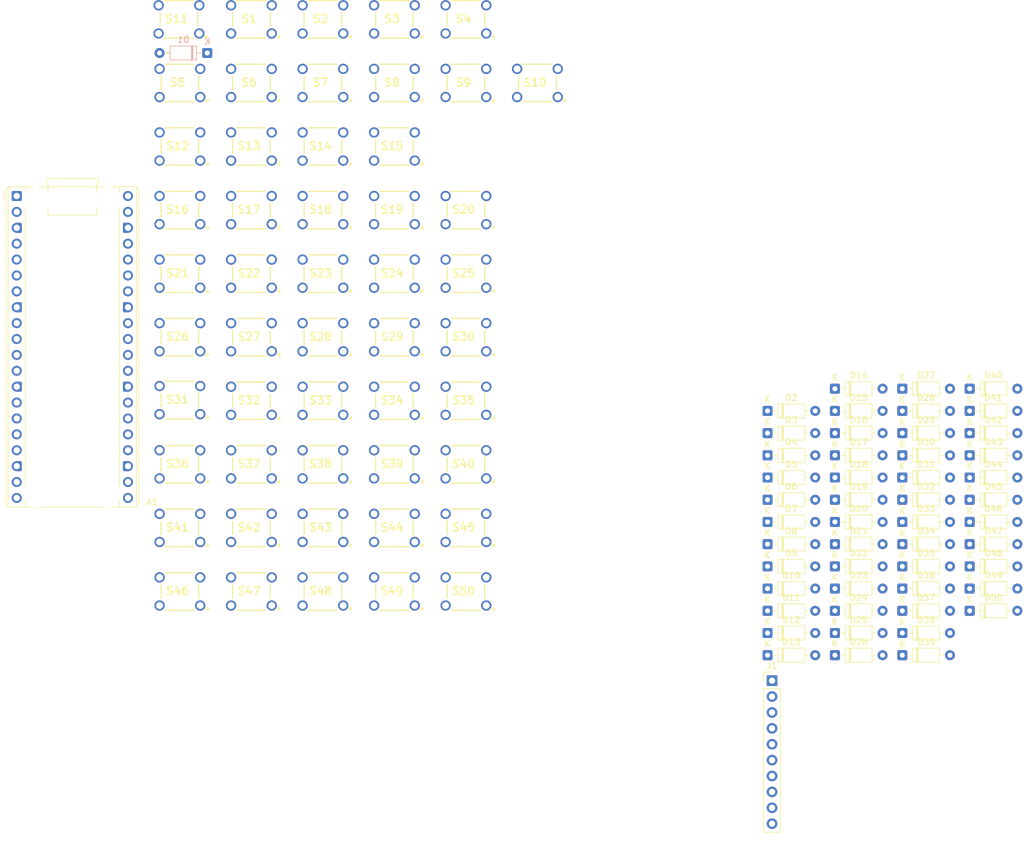
<source format=kicad_pcb>
(kicad_pcb (version 20241229) (generator "pcbnew") (generator_version "9.0")
  (layers (0 "F.Cu" signal) (2 "B.Cu" signal) (13 "F.Paste" user) (15 "B.Paste" user) (5 "F.SilkS" user "F.Silkscreen") (7 "B.SilkS" user "B.Silkscreen") (1 "F.Mask" user) (3 "B.Mask" user) (25 "Edge.Cuts" user))
  (net 0 "")
  (net 1 "SCK")
  (net 2 "ROW0")
  (net 3 "GND")
  (net 6 "+3V3")
  (net 7 "ROW3")
  (net 8 "RST")
  (net 10 "BL")
  (net 11 "ROW7")
  (net 12 "ROW5")
  (net 13 "COL3")
  (net 14 "COL0")
  (net 15 "SDCS")
  (net 16 "MOSI")
  (net 17 "ROW9")
  (net 18 "COL2")
  (net 19 "COL4")
  (net 21 "ROW6")
  (net 22 "ROW4")
  (net 23 "COL1")
  (net 24 "ROW1")
  (net 25 "ROW8")
  (net 26 "MISO")
  (net 27 "D{slash}C")
  (net 28 "ROW2")
  (net 31 "CS")
  (net 32 "COL5")
  (net 33 "+5V")
  (net 34 "Net-(D1-A)")
  (net 35 "Net-(D2-A)")
  (net 36 "Net-(D3-A)")
  (net 37 "Net-(D4-A)")
  (net 38 "Net-(D5-A)")
  (net 39 "Net-(D6-A)")
  (net 40 "Net-(D7-A)")
  (net 41 "Net-(D8-A)")
  (net 42 "Net-(D9-A)")
  (net 43 "Net-(D10-A)")
  (net 44 "Net-(D11-A)")
  (net 45 "Net-(D12-A)")
  (net 46 "Net-(D13-A)")
  (net 47 "Net-(D14-A)")
  (net 48 "Net-(D15-A)")
  (net 49 "Net-(D16-A)")
  (net 50 "Net-(D17-A)")
  (net 51 "Net-(D18-A)")
  (net 52 "Net-(D19-A)")
  (net 53 "Net-(D20-A)")
  (net 54 "Net-(D21-A)")
  (net 55 "Net-(D22-A)")
  (net 56 "Net-(D23-A)")
  (net 57 "Net-(D24-A)")
  (net 58 "Net-(D25-A)")
  (net 59 "Net-(D26-A)")
  (net 60 "Net-(D27-A)")
  (net 61 "Net-(D28-A)")
  (net 62 "Net-(D29-A)")
  (net 63 "Net-(D30-A)")
  (net 64 "Net-(D31-A)")
  (net 65 "Net-(D32-A)")
  (net 66 "Net-(D33-A)")
  (net 67 "Net-(D34-A)")
  (net 68 "Net-(D35-A)")
  (net 69 "Net-(D36-A)")
  (net 70 "Net-(D37-A)")
  (net 71 "Net-(D38-A)")
  (net 72 "Net-(D39-A)")
  (net 73 "Net-(D40-A)")
  (net 74 "Net-(D41-A)")
  (net 75 "Net-(D42-A)")
  (net 76 "Net-(D43-A)")
  (net 77 "Net-(D44-A)")
  (net 78 "Net-(D45-A)")
  (net 79 "Net-(D46-A)")
  (net 80 "Net-(D47-A)")
  (net 81 "Net-(D48-A)")
  (net 82 "Net-(D49-A)")
  (net 83 "Net-(D50-A)")
  (footprint "B3F_1000:B3F1002" (layer "F.Cu") (at 85.8 126.71)
    (property "Reference" "S46" (at -0.384 -0.083 0) (layer "F.SilkS") (effects (font (size 1.27 1.27) (thickness 0.254))))
    (property "Value" "B3F-1000" (hide yes))
    (pad "1" thru_hole circle (at 3.25 2.25) (size 1.65 1.65) (drill 1.1) (layers "*.Cu" "*.Mask"))
    (pad "2" thru_hole circle (at -3.25 2.25) (size 1.65 1.65) (drill 1.1) (layers "*.Cu" "*.Mask") (net 79 "Net-(D46-A)"))
    (pad "3" thru_hole circle (at 3.25 -2.25) (size 1.65 1.65) (drill 1.1) (layers "*.Cu" "*.Mask") (net 14 "COL0"))
    (pad "4" thru_hole circle (at -3.25 -2.25) (size 1.65 1.65) (drill 1.1) (layers "*.Cu" "*.Mask"))
  )
  (footprint "Diode_THT:D_DO-35_SOD27_P7.62mm_Horizontal" (layer "F.Cu") (at 212.04 104.95)
    (property "Reference" "D43" (at 3.81 -2.12 0) (layer "F.SilkS"))
    (property "Value" "1N4148")
    (fp_text user "K" (at 0 -1.8 0) (layer "F.SilkS"))
    (pad "1" thru_hole roundrect (at 0 0) (size 1.6 1.6) (drill 0.8) (layers "*.Cu" "*.Mask") (roundrect_rratio 0.15625) (net 25 "ROW8"))
    (pad "2" thru_hole circle (at 7.62 0) (size 1.6 1.6) (drill 0.8) (layers "*.Cu" "*.Mask") (net 76 "Net-(D43-A)"))
  )
  (footprint "B3F_1000:B3F1002" (layer "F.Cu") (at 97.23 86.07)
    (property "Reference" "S27" (at -0.384 -0.083 0) (layer "F.SilkS") (effects (font (size 1.27 1.27) (thickness 0.254))))
    (property "Value" "B3F-1000" (hide yes))
    (pad "1" thru_hole circle (at 3.25 2.25) (size 1.65 1.65) (drill 1.1) (layers "*.Cu" "*.Mask"))
    (pad "2" thru_hole circle (at -3.25 2.25) (size 1.65 1.65) (drill 1.1) (layers "*.Cu" "*.Mask") (net 60 "Net-(D27-A)"))
    (pad "3" thru_hole circle (at 3.25 -2.25) (size 1.65 1.65) (drill 1.1) (layers "*.Cu" "*.Mask") (net 23 "COL1"))
    (pad "4" thru_hole circle (at -3.25 -2.25) (size 1.65 1.65) (drill 1.1) (layers "*.Cu" "*.Mask"))
  )
  (footprint "B3F_1000:B3F1002" (layer "F.Cu") (at 97.23 55.59)
    (property "Reference" "S13" (at -0.384 -0.083 0) (layer "F.SilkS") (effects (font (size 1.27 1.27) (thickness 0.254))))
    (property "Value" "B3F-1000" (hide yes))
    (pad "1" thru_hole circle (at 3.25 2.25) (size 1.65 1.65) (drill 1.1) (layers "*.Cu" "*.Mask"))
    (pad "2" thru_hole circle (at -3.25 2.25) (size 1.65 1.65) (drill 1.1) (layers "*.Cu" "*.Mask") (net 46 "Net-(D13-A)"))
    (pad "3" thru_hole circle (at 3.25 -2.25) (size 1.65 1.65) (drill 1.1) (layers "*.Cu" "*.Mask") (net 23 "COL1"))
    (pad "4" thru_hole circle (at -3.25 -2.25) (size 1.65 1.65) (drill 1.1) (layers "*.Cu" "*.Mask"))
  )
  (footprint "Diode_THT:D_DO-35_SOD27_P7.62mm_Horizontal" (layer "F.Cu") (at 179.73 136.9)
    (property "Reference" "D13" (at 3.81 -2.12 0) (layer "F.SilkS"))
    (property "Value" "1N4148")
    (fp_text user "K" (at 0 -1.8 0) (layer "F.SilkS"))
    (pad "1" thru_hole roundrect (at 0 0) (size 1.6 1.6) (drill 0.8) (layers "*.Cu" "*.Mask") (roundrect_rratio 0.15625) (net 28 "ROW2"))
    (pad "2" thru_hole circle (at 7.62 0) (size 1.6 1.6) (drill 0.8) (layers "*.Cu" "*.Mask") (net 46 "Net-(D13-A)"))
  )
  (footprint "Diode_THT:D_DO-35_SOD27_P7.62mm_Horizontal" (layer "F.Cu") (at 201.27 108.5)
    (property "Reference" "D31" (at 3.81 -2.12 0) (layer "F.SilkS"))
    (property "Value" "1N4148")
    (fp_text user "K" (at 0 -1.8 0) (layer "F.SilkS"))
    (pad "1" thru_hole roundrect (at 0 0) (size 1.6 1.6) (drill 0.8) (layers "*.Cu" "*.Mask") (roundrect_rratio 0.15625) (net 21 "ROW6"))
    (pad "2" thru_hole circle (at 7.62 0) (size 1.6 1.6) (drill 0.8) (layers "*.Cu" "*.Mask") (net 64 "Net-(D31-A)"))
  )
  (footprint "B3F_1000:B3F1002" (layer "F.Cu") (at 85.8 106.39)
    (property "Reference" "S36" (at -0.384 -0.083 0) (layer "F.SilkS") (effects (font (size 1.27 1.27) (thickness 0.254))))
    (property "Value" "B3F-1000" (hide yes))
    (pad "1" thru_hole circle (at 3.25 2.25) (size 1.65 1.65) (drill 1.1) (layers "*.Cu" "*.Mask"))
    (pad "2" thru_hole circle (at -3.25 2.25) (size 1.65 1.65) (drill 1.1) (layers "*.Cu" "*.Mask") (net 69 "Net-(D36-A)"))
    (pad "3" thru_hole circle (at 3.25 -2.25) (size 1.65 1.65) (drill 1.1) (layers "*.Cu" "*.Mask") (net 14 "COL0"))
    (pad "4" thru_hole circle (at -3.25 -2.25) (size 1.65 1.65) (drill 1.1) (layers "*.Cu" "*.Mask"))
  )
  (footprint "B3F_1000:B3F1002" (layer "F.Cu") (at 120.09 35.27)
    (property "Reference" "S3" (at -0.384 -0.083 0) (layer "F.SilkS") (effects (font (size 1.27 1.27) (thickness 0.254))))
    (property "Value" "B3F-1000" (hide yes))
    (pad "1" thru_hole circle (at 3.25 2.25) (size 1.65 1.65) (drill 1.1) (layers "*.Cu" "*.Mask"))
    (pad "2" thru_hole circle (at -3.25 2.25) (size 1.65 1.65) (drill 1.1) (layers "*.Cu" "*.Mask") (net 37 "Net-(D4-A)"))
    (pad "3" thru_hole circle (at 3.25 -2.25) (size 1.65 1.65) (drill 1.1) (layers "*.Cu" "*.Mask") (net 13 "COL3"))
    (pad "4" thru_hole circle (at -3.25 -2.25) (size 1.65 1.65) (drill 1.1) (layers "*.Cu" "*.Mask"))
  )
  (footprint "B3F_1000:B3F1002" (layer "F.Cu") (at 97.23 116.55)
    (property "Reference" "S42" (at -0.384 -0.083 0) (layer "F.SilkS") (effects (font (size 1.27 1.27) (thickness 0.254))))
    (property "Value" "B3F-1000" (hide yes))
    (pad "1" thru_hole circle (at 3.25 2.25) (size 1.65 1.65) (drill 1.1) (layers "*.Cu" "*.Mask"))
    (pad "2" thru_hole circle (at -3.25 2.25) (size 1.65 1.65) (drill 1.1) (layers "*.Cu" "*.Mask") (net 75 "Net-(D42-A)"))
    (pad "3" thru_hole circle (at 3.25 -2.25) (size 1.65 1.65) (drill 1.1) (layers "*.Cu" "*.Mask") (net 23 "COL1"))
    (pad "4" thru_hole circle (at -3.25 -2.25) (size 1.65 1.65) (drill 1.1) (layers "*.Cu" "*.Mask"))
  )
  (footprint "Diode_THT:D_DO-35_SOD27_P7.62mm_Horizontal" (layer "F.Cu") (at 179.73 104.95)
    (property "Reference" "D4" (at 3.81 -2.12 0) (layer "F.SilkS"))
    (property "Value" "1N4148")
    (fp_text user "K" (at 0 -1.8 0) (layer "F.SilkS"))
    (pad "1" thru_hole roundrect (at 0 0) (size 1.6 1.6) (drill 0.8) (layers "*.Cu" "*.Mask") (roundrect_rratio 0.15625) (net 2 "ROW0"))
    (pad "2" thru_hole circle (at 7.62 0) (size 1.6 1.6) (drill 0.8) (layers "*.Cu" "*.Mask") (net 37 "Net-(D4-A)"))
  )
  (footprint "Diode_THT:D_DO-35_SOD27_P7.62mm_Horizontal" (layer "F.Cu") (at 190.5 112.05)
    (property "Reference" "D19" (at 3.81 -2.12 0) (layer "F.SilkS"))
    (property "Value" "1N4148")
    (fp_text user "K" (at 0 -1.8 0) (layer "F.SilkS"))
    (pad "1" thru_hole roundrect (at 0 0) (size 1.6 1.6) (drill 0.8) (layers "*.Cu" "*.Mask") (roundrect_rratio 0.15625) (net 7 "ROW3"))
    (pad "2" thru_hole circle (at 7.62 0) (size 1.6 1.6) (drill 0.8) (layers "*.Cu" "*.Mask") (net 52 "Net-(D19-A)"))
  )
  (footprint "Diode_THT:D_DO-35_SOD27_P7.62mm_Horizontal" (layer "F.Cu") (at 179.73 133.35)
    (property "Reference" "D12" (at 3.81 -2.12 0) (layer "F.SilkS"))
    (property "Value" "1N4148")
    (fp_text user "K" (at 0 -1.8 0) (layer "F.SilkS"))
    (pad "1" thru_hole roundrect (at 0 0) (size 1.6 1.6) (drill 0.8) (layers "*.Cu" "*.Mask") (roundrect_rratio 0.15625) (net 28 "ROW2"))
    (pad "2" thru_hole circle (at 7.62 0) (size 1.6 1.6) (drill 0.8) (layers "*.Cu" "*.Mask") (net 45 "Net-(D12-A)"))
  )
  (footprint "B3F_1000:B3F1002" (layer "F.Cu") (at 85.8 86.07)
    (property "Reference" "S26" (at -0.384 -0.083 0) (layer "F.SilkS") (effects (font (size 1.27 1.27) (thickness 0.254))))
    (property "Value" "B3F-1000" (hide yes))
    (pad "1" thru_hole circle (at 3.25 2.25) (size 1.65 1.65) (drill 1.1) (layers "*.Cu" "*.Mask"))
    (pad "2" thru_hole circle (at -3.25 2.25) (size 1.65 1.65) (drill 1.1) (layers "*.Cu" "*.Mask") (net 59 "Net-(D26-A)"))
    (pad "3" thru_hole circle (at 3.25 -2.25) (size 1.65 1.65) (drill 1.1) (layers "*.Cu" "*.Mask") (net 14 "COL0"))
    (pad "4" thru_hole circle (at -3.25 -2.25) (size 1.65 1.65) (drill 1.1) (layers "*.Cu" "*.Mask"))
  )
  (footprint "B3F_1000:B3F1002" (layer "F.Cu") (at 120.09 45.43)
    (property "Reference" "S8" (at -0.384 -0.083 0) (layer "F.SilkS") (effects (font (size 1.27 1.27) (thickness 0.254))))
    (property "Value" "B3F-1000" (hide yes))
    (pad "1" thru_hole circle (at 3.25 2.25) (size 1.65 1.65) (drill 1.1) (layers "*.Cu" "*.Mask"))
    (pad "2" thru_hole circle (at -3.25 2.25) (size 1.65 1.65) (drill 1.1) (layers "*.Cu" "*.Mask") (net 42 "Net-(D9-A)"))
    (pad "3" thru_hole circle (at 3.25 -2.25) (size 1.65 1.65) (drill 1.1) (layers "*.Cu" "*.Mask") (net 13 "COL3"))
    (pad "4" thru_hole circle (at -3.25 -2.25) (size 1.65 1.65) (drill 1.1) (layers "*.Cu" "*.Mask"))
  )
  (footprint "B3F_1000:B3F1002" (layer "F.Cu") (at 120.09 75.91)
    (property "Reference" "S24" (at -0.384 -0.083 0) (layer "F.SilkS") (effects (font (size 1.27 1.27) (thickness 0.254))))
    (property "Value" "B3F-1000" (hide yes))
    (pad "1" thru_hole circle (at 3.25 2.25) (size 1.65 1.65) (drill 1.1) (layers "*.Cu" "*.Mask"))
    (pad "2" thru_hole circle (at -3.25 2.25) (size 1.65 1.65) (drill 1.1) (layers "*.Cu" "*.Mask") (net 57 "Net-(D24-A)"))
    (pad "3" thru_hole circle (at 3.25 -2.25) (size 1.65 1.65) (drill 1.1) (layers "*.Cu" "*.Mask") (net 13 "COL3"))
    (pad "4" thru_hole circle (at -3.25 -2.25) (size 1.65 1.65) (drill 1.1) (layers "*.Cu" "*.Mask"))
  )
  (footprint "B3F_1000:B3F1002" (layer "F.Cu") (at 108.66 75.91)
    (property "Reference" "S23" (at -0.384 -0.083 0) (layer "F.SilkS") (effects (font (size 1.27 1.27) (thickness 0.254))))
    (property "Value" "B3F-1000" (hide yes))
    (pad "1" thru_hole circle (at 3.25 2.25) (size 1.65 1.65) (drill 1.1) (layers "*.Cu" "*.Mask"))
    (pad "2" thru_hole circle (at -3.25 2.25) (size 1.65 1.65) (drill 1.1) (layers "*.Cu" "*.Mask") (net 56 "Net-(D23-A)"))
    (pad "3" thru_hole circle (at 3.25 -2.25) (size 1.65 1.65) (drill 1.1) (layers "*.Cu" "*.Mask") (net 18 "COL2"))
    (pad "4" thru_hole circle (at -3.25 -2.25) (size 1.65 1.65) (drill 1.1) (layers "*.Cu" "*.Mask"))
  )
  (footprint "B3F_1000:B3F1002" (layer "F.Cu") (at 131.52 96.23)
    (property "Reference" "S35" (at -0.384 -0.083 0) (layer "F.SilkS") (effects (font (size 1.27 1.27) (thickness 0.254))))
    (property "Value" "B3F-1000" (hide yes))
    (pad "1" thru_hole circle (at 3.25 2.25) (size 1.65 1.65) (drill 1.1) (layers "*.Cu" "*.Mask"))
    (pad "2" thru_hole circle (at -3.25 2.25) (size 1.65 1.65) (drill 1.1) (layers "*.Cu" "*.Mask") (net 68 "Net-(D35-A)"))
    (pad "3" thru_hole circle (at 3.25 -2.25) (size 1.65 1.65) (drill 1.1) (layers "*.Cu" "*.Mask") (net 19 "COL4"))
    (pad "4" thru_hole circle (at -3.25 -2.25) (size 1.65 1.65) (drill 1.1) (layers "*.Cu" "*.Mask"))
  )
  (footprint "B3F_1000:B3F1002" (layer "F.Cu") (at 97.23 96.23)
    (property "Reference" "S32" (at -0.384 -0.083 0) (layer "F.SilkS") (effects (font (size 1.27 1.27) (thickness 0.254))))
    (property "Value" "B3F-1000" (hide yes))
    (pad "1" thru_hole circle (at 3.25 2.25) (size 1.65 1.65) (drill 1.1) (layers "*.Cu" "*.Mask"))
    (pad "2" thru_hole circle (at -3.25 2.25) (size 1.65 1.65) (drill 1.1) (layers "*.Cu" "*.Mask") (net 65 "Net-(D32-A)"))
    (pad "3" thru_hole circle (at 3.25 -2.25) (size 1.65 1.65) (drill 1.1) (layers "*.Cu" "*.Mask") (net 23 "COL1"))
    (pad "4" thru_hole circle (at -3.25 -2.25) (size 1.65 1.65) (drill 1.1) (layers "*.Cu" "*.Mask"))
  )
  (footprint "B3F_1000:B3F1002" (layer "F.Cu") (at 131.52 106.39)
    (property "Reference" "S40" (at -0.384 -0.083 0) (layer "F.SilkS") (effects (font (size 1.27 1.27) (thickness 0.254))))
    (property "Value" "B3F-1000" (hide yes))
    (pad "1" thru_hole circle (at 3.25 2.25) (size 1.65 1.65) (drill 1.1) (layers "*.Cu" "*.Mask"))
    (pad "2" thru_hole circle (at -3.25 2.25) (size 1.65 1.65) (drill 1.1) (layers "*.Cu" "*.Mask") (net 73 "Net-(D40-A)"))
    (pad "3" thru_hole circle (at 3.25 -2.25) (size 1.65 1.65) (drill 1.1) (layers "*.Cu" "*.Mask") (net 19 "COL4"))
    (pad "4" thru_hole circle (at -3.25 -2.25) (size 1.65 1.65) (drill 1.1) (layers "*.Cu" "*.Mask"))
  )
  (footprint "B3F_1000:B3F1002" (layer "F.Cu") (at 97.23 45.43)
    (property "Reference" "S6" (at -0.384 -0.083 0) (layer "F.SilkS") (effects (font (size 1.27 1.27) (thickness 0.254))))
    (property "Value" "B3F-1000" (hide yes))
    (pad "1" thru_hole circle (at 3.25 2.25) (size 1.65 1.65) (drill 1.1) (layers "*.Cu" "*.Mask"))
    (pad "2" thru_hole circle (at -3.25 2.25) (size 1.65 1.65) (drill 1.1) (layers "*.Cu" "*.Mask") (net 40 "Net-(D7-A)"))
    (pad "3" thru_hole circle (at 3.25 -2.25) (size 1.65 1.65) (drill 1.1) (layers "*.Cu" "*.Mask") (net 23 "COL1"))
    (pad "4" thru_hole circle (at -3.25 -2.25) (size 1.65 1.65) (drill 1.1) (layers "*.Cu" "*.Mask"))
  )
  (footprint "B3F_1000:B3F1002" (layer "F.Cu") (at 97.23 106.39)
    (property "Reference" "S37" (at -0.384 -0.083 0) (layer "F.SilkS") (effects (font (size 1.27 1.27) (thickness 0.254))))
    (property "Value" "B3F-1000" (hide yes))
    (pad "1" thru_hole circle (at 3.25 2.25) (size 1.65 1.65) (drill 1.1) (layers "*.Cu" "*.Mask"))
    (pad "2" thru_hole circle (at -3.25 2.25) (size 1.65 1.65) (drill 1.1) (layers "*.Cu" "*.Mask") (net 70 "Net-(D37-A)"))
    (pad "3" thru_hole circle (at 3.25 -2.25) (size 1.65 1.65) (drill 1.1) (layers "*.Cu" "*.Mask") (net 23 "COL1"))
    (pad "4" thru_hole circle (at -3.25 -2.25) (size 1.65 1.65) (drill 1.1) (layers "*.Cu" "*.Mask"))
  )
  (footprint "B3F_1000:B3F1002" (layer "F.Cu") (at 120.09 65.75)
    (property "Reference" "S19" (at -0.384 -0.083 0) (layer "F.SilkS") (effects (font (size 1.27 1.27) (thickness 0.254))))
    (property "Value" "B3F-1000" (hide yes))
    (pad "1" thru_hole circle (at 3.25 2.25) (size 1.65 1.65) (drill 1.1) (layers "*.Cu" "*.Mask"))
    (pad "2" thru_hole circle (at -3.25 2.25) (size 1.65 1.65) (drill 1.1) (layers "*.Cu" "*.Mask") (net 52 "Net-(D19-A)"))
    (pad "3" thru_hole circle (at 3.25 -2.25) (size 1.65 1.65) (drill 1.1) (layers "*.Cu" "*.Mask") (net 13 "COL3"))
    (pad "4" thru_hole circle (at -3.25 -2.25) (size 1.65 1.65) (drill 1.1) (layers "*.Cu" "*.Mask"))
  )
  (footprint "Diode_THT:D_DO-35_SOD27_P7.62mm_Horizontal" (layer "F.Cu") (at 190.5 126.25)
    (property "Reference" "D23" (at 3.81 -2.12 0) (layer "F.SilkS"))
    (property "Value" "1N4148")
    (fp_text user "K" (at 0 -1.8 0) (layer "F.SilkS"))
    (pad "1" thru_hole roundrect (at 0 0) (size 1.6 1.6) (drill 0.8) (layers "*.Cu" "*.Mask") (roundrect_rratio 0.15625) (net 22 "ROW4"))
    (pad "2" thru_hole circle (at 7.62 0) (size 1.6 1.6) (drill 0.8) (layers "*.Cu" "*.Mask") (net 56 "Net-(D23-A)"))
  )
  (footprint "Diode_THT:D_DO-35_SOD27_P7.62mm_Horizontal" (layer "F.Cu") (at 201.27 112.05)
    (property "Reference" "D32" (at 3.81 -2.12 0) (layer "F.SilkS"))
    (property "Value" "1N4148")
    (fp_text user "K" (at 0 -1.8 0) (layer "F.SilkS"))
    (pad "1" thru_hole roundrect (at 0 0) (size 1.6 1.6) (drill 0.8) (layers "*.Cu" "*.Mask") (roundrect_rratio 0.15625) (net 21 "ROW6"))
    (pad "2" thru_hole circle (at 7.62 0) (size 1.6 1.6) (drill 0.8) (layers "*.Cu" "*.Mask") (net 65 "Net-(D32-A)"))
  )
  (footprint "Diode_THT:D_DO-35_SOD27_P7.62mm_Horizontal" (layer "F.Cu") (at 179.73 108.5)
    (property "Reference" "D5" (at 3.81 -2.12 0) (layer "F.SilkS"))
    (property "Value" "1N4148")
    (fp_text user "K" (at 0 -1.8 0) (layer "F.SilkS"))
    (pad "1" thru_hole roundrect (at 0 0) (size 1.6 1.6) (drill 0.8) (layers "*.Cu" "*.Mask") (roundrect_rratio 0.15625) (net 2 "ROW0"))
    (pad "2" thru_hole circle (at 7.62 0) (size 1.6 1.6) (drill 0.8) (layers "*.Cu" "*.Mask") (net 38 "Net-(D5-A)"))
  )
  (footprint "Diode_THT:D_DO-35_SOD27_P7.62mm_Horizontal" (layer "F.Cu") (at 179.73 122.7)
    (property "Reference" "D9" (at 3.81 -2.12 0) (layer "F.SilkS"))
    (property "Value" "1N4148")
    (fp_text user "K" (at 0 -1.8 0) (layer "F.SilkS"))
    (pad "1" thru_hole roundrect (at 0 0) (size 1.6 1.6) (drill 0.8) (layers "*.Cu" "*.Mask") (roundrect_rratio 0.15625) (net 24 "ROW1"))
    (pad "2" thru_hole circle (at 7.62 0) (size 1.6 1.6) (drill 0.8) (layers "*.Cu" "*.Mask") (net 42 "Net-(D9-A)"))
  )
  (footprint "B3F_1000:B3F1002" (layer "F.Cu") (at 120.09 86.07)
    (property "Reference" "S29" (at -0.384 -0.083 0) (layer "F.SilkS") (effects (font (size 1.27 1.27) (thickness 0.254))))
    (property "Value" "B3F-1000" (hide yes))
    (pad "1" thru_hole circle (at 3.25 2.25) (size 1.65 1.65) (drill 1.1) (layers "*.Cu" "*.Mask"))
    (pad "2" thru_hole circle (at -3.25 2.25) (size 1.65 1.65) (drill 1.1) (layers "*.Cu" "*.Mask") (net 62 "Net-(D29-A)"))
    (pad "3" thru_hole circle (at 3.25 -2.25) (size 1.65 1.65) (drill 1.1) (layers "*.Cu" "*.Mask") (net 13 "COL3"))
    (pad "4" thru_hole circle (at -3.25 -2.25) (size 1.65 1.65) (drill 1.1) (layers "*.Cu" "*.Mask"))
  )
  (footprint "B3F_1000:B3F1002" (layer "F.Cu") (at 131.52 45.43)
    (property "Reference" "S9" (at -0.384 -0.083 0) (layer "F.SilkS") (effects (font (size 1.27 1.27) (thickness 0.254))))
    (property "Value" "B3F-1000" (hide yes))
    (pad "1" thru_hole circle (at 3.25 2.25) (size 1.65 1.65) (drill 1.1) (layers "*.Cu" "*.Mask"))
    (pad "2" thru_hole circle (at -3.25 2.25) (size 1.65 1.65) (drill 1.1) (layers "*.Cu" "*.Mask") (net 43 "Net-(D10-A)"))
    (pad "3" thru_hole circle (at 3.25 -2.25) (size 1.65 1.65) (drill 1.1) (layers "*.Cu" "*.Mask") (net 19 "COL4"))
    (pad "4" thru_hole circle (at -3.25 -2.25) (size 1.65 1.65) (drill 1.1) (layers "*.Cu" "*.Mask"))
  )
  (footprint "Diode_THT:D_DO-35_SOD27_P7.62mm_Horizontal" (layer "F.Cu") (at 212.04 108.5)
    (property "Reference" "D44" (at 3.81 -2.12 0) (layer "F.SilkS"))
    (property "Value" "1N4148")
    (fp_text user "K" (at 0 -1.8 0) (layer "F.SilkS"))
    (pad "1" thru_hole roundrect (at 0 0) (size 1.6 1.6) (drill 0.8) (layers "*.Cu" "*.Mask") (roundrect_rratio 0.15625) (net 25 "ROW8"))
    (pad "2" thru_hole circle (at 7.62 0) (size 1.6 1.6) (drill 0.8) (layers "*.Cu" "*.Mask") (net 77 "Net-(D44-A)"))
  )
  (footprint "Diode_THT:D_DO-35_SOD27_P7.62mm_Horizontal" (layer "F.Cu") (at 179.73 97.85)
    (property "Reference" "D2" (at 3.81 -2.12 0) (layer "F.SilkS"))
    (property "Value" "1N4148")
    (fp_text user "K" (at 0 -1.8 0) (layer "F.SilkS"))
    (pad "1" thru_hole roundrect (at 0 0) (size 1.6 1.6) (drill 0.8) (layers "*.Cu" "*.Mask") (roundrect_rratio 0.15625) (net 2 "ROW0"))
    (pad "2" thru_hole circle (at 7.62 0) (size 1.6 1.6) (drill 0.8) (layers "*.Cu" "*.Mask") (net 35 "Net-(D2-A)"))
  )
  (footprint "Diode_THT:D_DO-35_SOD27_P7.62mm_Horizontal" (layer "F.Cu") (at 201.27 94.3)
    (property "Reference" "D27" (at 3.81 -2.12 0) (layer "F.SilkS"))
    (property "Value" "1N4148")
    (fp_text user "K" (at 0 -1.8 0) (layer "F.SilkS"))
    (pad "1" thru_hole roundrect (at 0 0) (size 1.6 1.6) (drill 0.8) (layers "*.Cu" "*.Mask") (roundrect_rratio 0.15625) (net 12 "ROW5"))
    (pad "2" thru_hole circle (at 7.62 0) (size 1.6 1.6) (drill 0.8) (layers "*.Cu" "*.Mask") (net 60 "Net-(D27-A)"))
  )
  (footprint "Diode_THT:D_DO-35_SOD27_P7.62mm_Horizontal" (layer "F.Cu") (at 212.04 129.8)
    (property "Reference" "D50" (at 3.81 -2.12 0) (layer "F.SilkS"))
    (property "Value" "1N4148")
    (fp_text user "K" (at 0 -1.8 0) (layer "F.SilkS"))
    (pad "1" thru_hole roundrect (at 0 0) (size 1.6 1.6) (drill 0.8) (layers "*.Cu" "*.Mask") (roundrect_rratio 0.15625) (net 17 "ROW9"))
    (pad "2" thru_hole circle (at 7.62 0) (size 1.6 1.6) (drill 0.8) (layers "*.Cu" "*.Mask") (net 83 "Net-(D50-A)"))
  )
  (footprint "Diode_THT:D_DO-35_SOD27_P7.62mm_Horizontal" (layer "F.Cu") (at 190.5 122.7)
    (property "Reference" "D22" (at 3.81 -2.12 0) (layer "F.SilkS"))
    (property "Value" "1N4148")
    (fp_text user "K" (at 0 -1.8 0) (layer "F.SilkS"))
    (pad "1" thru_hole roundrect (at 0 0) (size 1.6 1.6) (drill 0.8) (layers "*.Cu" "*.Mask") (roundrect_rratio 0.15625) (net 22 "ROW4"))
    (pad "2" thru_hole circle (at 7.62 0) (size 1.6 1.6) (drill 0.8) (layers "*.Cu" "*.Mask") (net 55 "Net-(D22-A)"))
  )
  (footprint "Diode_THT:D_DO-35_SOD27_P7.62mm_Horizontal" (layer "F.Cu") (at 179.73 126.25)
    (property "Reference" "D10" (at 3.81 -2.12 0) (layer "F.SilkS"))
    (property "Value" "1N4148")
    (fp_text user "K" (at 0 -1.8 0) (layer "F.SilkS"))
    (pad "1" thru_hole roundrect (at 0 0) (size 1.6 1.6) (drill 0.8) (layers "*.Cu" "*.Mask") (roundrect_rratio 0.15625) (net 24 "ROW1"))
    (pad "2" thru_hole circle (at 7.62 0) (size 1.6 1.6) (drill 0.8) (layers "*.Cu" "*.Mask") (net 43 "Net-(D10-A)"))
  )
  (footprint "B3F_1000:B3F1002" (layer "F.Cu") (at 120.09 126.71)
    (property "Reference" "S49" (at -0.384 -0.083 0) (layer "F.SilkS") (effects (font (size 1.27 1.27) (thickness 0.254))))
    (property "Value" "B3F-1000" (hide yes))
    (pad "1" thru_hole circle (at 3.25 2.25) (size 1.65 1.65) (drill 1.1) (layers "*.Cu" "*.Mask"))
    (pad "2" thru_hole circle (at -3.25 2.25) (size 1.65 1.65) (drill 1.1) (layers "*.Cu" "*.Mask") (net 82 "Net-(D49-A)"))
    (pad "3" thru_hole circle (at 3.25 -2.25) (size 1.65 1.65) (drill 1.1) (layers "*.Cu" "*.Mask") (net 13 "COL3"))
    (pad "4" thru_hole circle (at -3.25 -2.25) (size 1.65 1.65) (drill 1.1) (layers "*.Cu" "*.Mask"))
  )
  (footprint "B3F_1000:B3F1002" (layer "F.Cu") (at 85.8 75.91)
    (property "Reference" "S21" (at -0.384 -0.083 0) (layer "F.SilkS") (effects (font (size 1.27 1.27) (thickness 0.254))))
    (property "Value" "B3F-1000" (hide yes))
    (pad "1" thru_hole circle (at 3.25 2.25) (size 1.65 1.65) (drill 1.1) (layers "*.Cu" "*.Mask"))
    (pad "2" thru_hole circle (at -3.25 2.25) (size 1.65 1.65) (drill 1.1) (layers "*.Cu" "*.Mask") (net 54 "Net-(D21-A)"))
    (pad "3" thru_hole circle (at 3.25 -2.25) (size 1.65 1.65) (drill 1.1) (layers "*.Cu" "*.Mask") (net 14 "COL0"))
    (pad "4" thru_hole circle (at -3.25 -2.25) (size 1.65 1.65) (drill 1.1) (layers "*.Cu" "*.Mask"))
  )
  (footprint "Diode_THT:D_DO-35_SOD27_P7.62mm_Horizontal" (layer "F.Cu") (at 212.04 119.15)
    (property "Reference" "D47" (at 3.81 -2.12 0) (layer "F.SilkS"))
    (property "Value" "1N4148")
    (fp_text user "K" (at 0 -1.8 0) (layer "F.SilkS"))
    (pad "1" thru_hole roundrect (at 0 0) (size 1.6 1.6) (drill 0.8) (layers "*.Cu" "*.Mask") (roundrect_rratio 0.15625) (net 17 "ROW9"))
    (pad "2" thru_hole circle (at 7.62 0) (size 1.6 1.6) (drill 0.8) (layers "*.Cu" "*.Mask") (net 80 "Net-(D47-A)"))
  )
  (footprint "B3F_1000:B3F1002" (layer "F.Cu") (at 108.66 106.39)
    (property "Reference" "S38" (at -0.384 -0.083 0) (layer "F.SilkS") (effects (font (size 1.27 1.27) (thickness 0.254))))
    (property "Value" "B3F-1000" (hide yes))
    (pad "1" thru_hole circle (at 3.25 2.25) (size 1.65 1.65) (drill 1.1) (layers "*.Cu" "*.Mask"))
    (pad "2" thru_hole circle (at -3.25 2.25) (size 1.65 1.65) (drill 1.1) (layers "*.Cu" "*.Mask") (net 71 "Net-(D38-A)"))
    (pad "3" thru_hole circle (at 3.25 -2.25) (size 1.65 1.65) (drill 1.1) (layers "*.Cu" "*.Mask") (net 18 "COL2"))
    (pad "4" thru_hole circle (at -3.25 -2.25) (size 1.65 1.65) (drill 1.1) (layers "*.Cu" "*.Mask"))
  )
  (footprint "B3F_1000:B3F1002" (layer "F.Cu") (at 120.09 96.23)
    (property "Reference" "S34" (at -0.384 -0.083 0) (layer "F.SilkS") (effects (font (size 1.27 1.27) (thickness 0.254))))
    (property "Value" "B3F-1000" (hide yes))
    (pad "1" thru_hole circle (at 3.25 2.25) (size 1.65 1.65) (drill 1.1) (layers "*.Cu" "*.Mask"))
    (pad "2" thru_hole circle (at -3.25 2.25) (size 1.65 1.65) (drill 1.1) (layers "*.Cu" "*.Mask") (net 67 "Net-(D34-A)"))
    (pad "3" thru_hole circle (at 3.25 -2.25) (size 1.65 1.65) (drill 1.1) (layers "*.Cu" "*.Mask") (net 13 "COL3"))
    (pad "4" thru_hole circle (at -3.25 -2.25) (size 1.65 1.65) (drill 1.1) (layers "*.Cu" "*.Mask"))
  )
  (footprint "B3F_1000:B3F1002" (layer "F.Cu") (at 120.09 106.39)
    (property "Reference" "S39" (at -0.384 -0.083 0) (layer "F.SilkS") (effects (font (size 1.27 1.27) (thickness 0.254))))
    (property "Value" "B3F-1000" (hide yes))
    (pad "1" thru_hole circle (at 3.25 2.25) (size 1.65 1.65) (drill 1.1) (layers "*.Cu" "*.Mask"))
    (pad "2" thru_hole circle (at -3.25 2.25) (size 1.65 1.65) (drill 1.1) (layers "*.Cu" "*.Mask") (net 72 "Net-(D39-A)"))
    (pad "3" thru_hole circle (at 3.25 -2.25) (size 1.65 1.65) (drill 1.1) (layers "*.Cu" "*.Mask") (net 13 "COL3"))
    (pad "4" thru_hole circle (at -3.25 -2.25) (size 1.65 1.65) (drill 1.1) (layers "*.Cu" "*.Mask"))
  )
  (footprint "B3F_1000:B3F1002" (layer "F.Cu") (at 85.8 55.59)
    (property "Reference" "S12" (at -0.384 -0.083 0) (layer "F.SilkS") (effects (font (size 1.27 1.27) (thickness 0.254))))
    (property "Value" "B3F-1000" (hide yes))
    (pad "1" thru_hole circle (at 3.25 2.25) (size 1.65 1.65) (drill 1.1) (layers "*.Cu" "*.Mask"))
    (pad "2" thru_hole circle (at -3.25 2.25) (size 1.65 1.65) (drill 1.1) (layers "*.Cu" "*.Mask") (net 45 "Net-(D12-A)"))
    (pad "3" thru_hole circle (at 3.25 -2.25) (size 1.65 1.65) (drill 1.1) (layers "*.Cu" "*.Mask") (net 14 "COL0"))
    (pad "4" thru_hole circle (at -3.25 -2.25) (size 1.65 1.65) (drill 1.1) (layers "*.Cu" "*.Mask"))
  )
  (footprint "B3F_1000:B3F1002" (layer "F.Cu") (at 131.52 86.07)
    (property "Reference" "S30" (at -0.384 -0.083 0) (layer "F.SilkS") (effects (font (size 1.27 1.27) (thickness 0.254))))
    (property "Value" "B3F-1000" (hide yes))
    (pad "1" thru_hole circle (at 3.25 2.25) (size 1.65 1.65) (drill 1.1) (layers "*.Cu" "*.Mask"))
    (pad "2" thru_hole circle (at -3.25 2.25) (size 1.65 1.65) (drill 1.1) (layers "*.Cu" "*.Mask") (net 63 "Net-(D30-A)"))
    (pad "3" thru_hole circle (at 3.25 -2.25) (size 1.65 1.65) (drill 1.1) (layers "*.Cu" "*.Mask") (net 19 "COL4"))
    (pad "4" thru_hole circle (at -3.25 -2.25) (size 1.65 1.65) (drill 1.1) (layers "*.Cu" "*.Mask"))
  )
  (footprint "Diode_THT:D_DO-35_SOD27_P7.62mm_Horizontal" (layer "F.Cu") (at 179.73 101.4)
    (property "Reference" "D3" (at 3.81 -2.12 0) (layer "F.SilkS"))
    (property "Value" "1N4148")
    (fp_text user "K" (at 0 -1.8 0) (layer "F.SilkS"))
    (pad "1" thru_hole roundrect (at 0 0) (size 1.6 1.6) (drill 0.8) (layers "*.Cu" "*.Mask") (roundrect_rratio 0.15625) (net 2 "ROW0"))
    (pad "2" thru_hole circle (at 7.62 0) (size 1.6 1.6) (drill 0.8) (layers "*.Cu" "*.Mask") (net 36 "Net-(D3-A)"))
  )
  (footprint "B3F_1000:B3F1002" (layer "F.Cu") (at 97.23 65.75)
    (property "Reference" "S17" (at -0.384 -0.083 0) (layer "F.SilkS") (effects (font (size 1.27 1.27) (thickness 0.254))))
    (property "Value" "B3F-1000" (hide yes))
    (pad "1" thru_hole circle (at 3.25 2.25) (size 1.65 1.65) (drill 1.1) (layers "*.Cu" "*.Mask"))
    (pad "2" thru_hole circle (at -3.25 2.25) (size 1.65 1.65) (drill 1.1) (layers "*.Cu" "*.Mask") (net 50 "Net-(D17-A)"))
    (pad "3" thru_hole circle (at 3.25 -2.25) (size 1.65 1.65) (drill 1.1) (layers "*.Cu" "*.Mask") (net 23 "COL1"))
    (pad "4" thru_hole circle (at -3.25 -2.25) (size 1.65 1.65) (drill 1.1) (layers "*.Cu" "*.Mask"))
  )
  (footprint "Diode_THT:D_DO-35_SOD27_P7.62mm_Horizontal" (layer "F.Cu") (at 201.27 101.4)
    (property "Reference" "D29" (at 3.81 -2.12 0) (layer "F.SilkS"))
    (property "Value" "1N4148")
    (fp_text user "K" (at 0 -1.8 0) (layer "F.SilkS"))
    (pad "1" thru_hole roundrect (at 0 0) (size 1.6 1.6) (drill 0.8) (layers "*.Cu" "*.Mask") (roundrect_rratio 0.15625) (net 12 "ROW5"))
    (pad "2" thru_hole circle (at 7.62 0) (size 1.6 1.6) (drill 0.8) (layers "*.Cu" "*.Mask") (net 62 "Net-(D29-A)"))
  )
  (footprint "Diode_THT:D_DO-35_SOD27_P7.62mm_Horizontal" (layer "F.Cu") (at 212.04 115.6)
    (property "Reference" "D46" (at 3.81 -2.12 0) (layer "F.SilkS"))
    (property "Value" "1N4148")
    (fp_text user "K" (at 0 -1.8 0) (layer "F.SilkS"))
    (pad "1" thru_hole roundrect (at 0 0) (size 1.6 1.6) (drill 0.8) (layers "*.Cu" "*.Mask") (roundrect_rratio 0.15625) (net 17 "ROW9"))
    (pad "2" thru_hole circle (at 7.62 0) (size 1.6 1.6) (drill 0.8) (layers "*.Cu" "*.Mask") (net 79 "Net-(D46-A)"))
  )
  (footprint "Diode_THT:D_DO-35_SOD27_P7.62mm_Horizontal" (layer "F.Cu") (at 179.73 115.6)
    (property "Reference" "D7" (at 3.81 -2.12 0) (layer "F.SilkS"))
    (property "Value" "1N4148")
    (fp_text user "K" (at 0 -1.8 0) (layer "F.SilkS"))
    (pad "1" thru_hole roundrect (at 0 0) (size 1.6 1.6) (drill 0.8) (layers "*.Cu" "*.Mask") (roundrect_rratio 0.15625) (net 24 "ROW1"))
    (pad "2" thru_hole circle (at 7.62 0) (size 1.6 1.6) (drill 0.8) (layers "*.Cu" "*.Mask") (net 40 "Net-(D7-A)"))
  )
  (footprint "Connector_PinHeader_2.54mm:PinHeader_1x10_P2.54mm_Vertical" (layer "F.Cu") (at 180.45 140.97)
    (property "Reference" "J1" (at 0 -2.38 0) (layer "F.SilkS"))
    (property "Value" "Adafruit TFT")
    (pad "1" thru_hole rect (at 0 0) (size 1.7 1.7) (drill 1) (layers "*.Cu" "*.Mask") (net 10 "BL"))
    (pad "2" thru_hole circle (at 0 2.54) (size 1.7 1.7) (drill 1) (layers "*.Cu" "*.Mask") (net 1 "SCK"))
    (pad "3" thru_hole circle (at 0 5.08) (size 1.7 1.7) (drill 1) (layers "*.Cu" "*.Mask") (net 26 "MISO"))
    (pad "4" thru_hole circle (at 0 7.62) (size 1.7 1.7) (drill 1) (layers "*.Cu" "*.Mask") (net 16 "MOSI"))
    (pad "5" thru_hole circle (at 0 10.16) (size 1.7 1.7) (drill 1) (layers "*.Cu" "*.Mask") (net 31 "CS"))
    (pad "6" thru_hole circle (at 0 12.7) (size 1.7 1.7) (drill 1) (layers "*.Cu" "*.Mask") (net 15 "SDCS"))
    (pad "7" thru_hole circle (at 0 15.24) (size 1.7 1.7) (drill 1) (layers "*.Cu" "*.Mask") (net 8 "RST"))
    (pad "8" thru_hole circle (at 0 17.78) (size 1.7 1.7) (drill 1) (layers "*.Cu" "*.Mask") (net 27 "D{slash}C"))
    (pad "9" thru_hole circle (at 0 20.32) (size 1.7 1.7) (drill 1) (layers "*.Cu" "*.Mask") (net 6 "+3V3"))
    (pad "10" thru_hole circle (at 0 22.86) (size 1.7 1.7) (drill 1) (layers "*.Cu" "*.Mask") (net 3 "GND"))
  )
  (footprint "Diode_THT:D_DO-35_SOD27_P7.62mm_Horizontal" (layer "F.Cu") (at 212.04 97.85)
    (property "Reference" "D41" (at 3.81 -2.12 0) (layer "F.SilkS"))
    (property "Value" "1N4148")
    (fp_text user "K" (at 0 -1.8 0) (layer "F.SilkS"))
    (pad "1" thru_hole roundrect (at 0 0) (size 1.6 1.6) (drill 0.8) (layers "*.Cu" "*.Mask") (roundrect_rratio 0.15625) (net 25 "ROW8"))
    (pad "2" thru_hole circle (at 7.62 0) (size 1.6 1.6) (drill 0.8) (layers "*.Cu" "*.Mask") (net 74 "Net-(D41-A)"))
  )
  (footprint "Diode_THT:D_DO-35_SOD27_P7.62mm_Horizontal" (layer "F.Cu") (at 212.04 122.7)
    (property "Reference" "D48" (at 3.81 -2.12 0) (layer "F.SilkS"))
    (property "Value" "1N4148")
    (fp_text user "K" (at 0 -1.8 0) (layer "F.SilkS"))
    (pad "1" thru_hole roundrect (at 0 0) (size 1.6 1.6) (drill 0.8) (layers "*.Cu" "*.Mask") (roundrect_rratio 0.15625) (net 17 "ROW9"))
    (pad "2" thru_hole circle (at 7.62 0) (size 1.6 1.6) (drill 0.8) (layers "*.Cu" "*.Mask") (net 81 "Net-(D48-A)"))
  )
  (footprint "Diode_THT:D_DO-35_SOD27_P7.62mm_Horizontal" (layer "F.Cu") (at 201.27 97.85)
    (property "Reference" "D28" (at 3.81 -2.12 0) (layer "F.SilkS"))
    (property "Value" "1N4148")
    (fp_text user "K" (at 0 -1.8 0) (layer "F.SilkS"))
    (pad "1" thru_hole roundrect (at 0 0) (size 1.6 1.6) (drill 0.8) (layers "*.Cu" "*.Mask") (roundrect_rratio 0.15625) (net 12 "ROW5"))
    (pad "2" thru_hole circle (at 7.62 0) (size 1.6 1.6) (drill 0.8) (layers "*.Cu" "*.Mask") (net 61 "Net-(D28-A)"))
  )
  (footprint "Diode_THT:D_DO-35_SOD27_P7.62mm_Horizontal" (layer "F.Cu") (at 212.04 101.4)
    (property "Reference" "D42" (at 3.81 -2.12 0) (layer "F.SilkS"))
    (property "Value" "1N4148")
    (fp_text user "K" (at 0 -1.8 0) (layer "F.SilkS"))
    (pad "1" thru_hole roundrect (at 0 0) (size 1.6 1.6) (drill 0.8) (layers "*.Cu" "*.Mask") (roundrect_rratio 0.15625) (net 25 "ROW8"))
    (pad "2" thru_hole circle (at 7.62 0) (size 1.6 1.6) (drill 0.8) (layers "*.Cu" "*.Mask") (net 75 "Net-(D42-A)"))
  )
  (footprint "Diode_THT:D_DO-35_SOD27_P7.62mm_Horizontal" (layer "F.Cu") (at 190.5 97.85)
    (property "Reference" "D15" (at 3.81 -2.12 0) (layer "F.SilkS"))
    (property "Value" "1N4148")
    (fp_text user "K" (at 0 -1.8 0) (layer "F.SilkS"))
    (pad "1" thru_hole roundrect (at 0 0) (size 1.6 1.6) (drill 0.8) (layers "*.Cu" "*.Mask") (roundrect_rratio 0.15625) (net 28 "ROW2"))
    (pad "2" thru_hole circle (at 7.62 0) (size 1.6 1.6) (drill 0.8) (layers "*.Cu" "*.Mask") (net 48 "Net-(D15-A)"))
  )
  (footprint "B3F_1000:B3F1002" (layer "F.Cu") (at 120.09 55.59)
    (property "Reference" "S15" (at -0.384 -0.083 0) (layer "F.SilkS") (effects (font (size 1.27 1.27) (thickness 0.254))))
    (property "Value" "B3F-1000" (hide yes))
    (pad "1" thru_hole circle (at 3.25 2.25) (size 1.65 1.65) (drill 1.1) (layers "*.Cu" "*.Mask"))
    (pad "2" thru_hole circle (at -3.25 2.25) (size 1.65 1.65) (drill 1.1) (layers "*.Cu" "*.Mask") (net 48 "Net-(D15-A)"))
    (pad "3" thru_hole circle (at 3.25 -2.25) (size 1.65 1.65) (drill 1.1) (layers "*.Cu" "*.Mask") (net 13 "COL3"))
    (pad "4" thru_hole circle (at -3.25 -2.25) (size 1.65 1.65) (drill 1.1) (layers "*.Cu" "*.Mask"))
  )
  (footprint "B3F_1000:B3F1002" (layer "F.Cu") (at 108.66 116.55)
    (property "Reference" "S43" (at -0.384 -0.083 0) (layer "F.SilkS") (effects (font (size 1.27 1.27) (thickness 0.254))))
    (property "Value" "B3F-1000" (hide yes))
    (pad "1" thru_hole circle (at 3.25 2.25) (size 1.65 1.65) (drill 1.1) (layers "*.Cu" "*.Mask"))
    (pad "2" thru_hole circle (at -3.25 2.25) (size 1.65 1.65) (drill 1.1) (layers "*.Cu" "*.Mask") (net 76 "Net-(D43-A)"))
    (pad "3" thru_hole circle (at 3.25 -2.25) (size 1.65 1.65) (drill 1.1) (layers "*.Cu" "*.Mask") (net 18 "COL2"))
    (pad "4" thru_hole circle (at -3.25 -2.25) (size 1.65 1.65) (drill 1.1) (layers "*.Cu" "*.Mask"))
  )
  (footprint "Diode_THT:D_DO-35_SOD27_P7.62mm_Horizontal" (layer "F.Cu") (at 201.27 129.8)
    (property "Reference" "D37" (at 3.81 -2.12 0) (layer "F.SilkS"))
    (property "Value" "1N4148")
    (fp_text user "K" (at 0 -1.8 0) (layer "F.SilkS"))
    (pad "1" thru_hole roundrect (at 0 0) (size 1.6 1.6) (drill 0.8) (layers "*.Cu" "*.Mask") (roundrect_rratio 0.15625) (net 11 "ROW7"))
    (pad "2" thru_hole circle (at 7.62 0) (size 1.6 1.6) (drill 0.8) (layers "*.Cu" "*.Mask") (net 70 "Net-(D37-A)"))
  )
  (footprint "Diode_THT:D_DO-35_SOD27_P7.62mm_Horizontal" (layer "F.Cu") (at 190.5 115.6)
    (property "Reference" "D20" (at 3.81 -2.12 0) (layer "F.SilkS"))
    (property "Value" "1N4148")
    (fp_text user "K" (at 0 -1.8 0) (layer "F.SilkS"))
    (pad "1" thru_hole roundrect (at 0 0) (size 1.6 1.6) (drill 0.8) (layers "*.Cu" "*.Mask") (roundrect_rratio 0.15625) (net 7 "ROW3"))
    (pad "2" thru_hole circle (at 7.62 0) (size 1.6 1.6) (drill 0.8) (layers "*.Cu" "*.Mask") (net 53 "Net-(D20-A)"))
  )
  (footprint "Diode_THT:D_DO-35_SOD27_P7.62mm_Horizontal" (layer "F.Cu") (at 201.27 126.25)
    (property "Reference" "D36" (at 3.81 -2.12 0) (layer "F.SilkS"))
    (property "Value" "1N4148")
    (fp_text user "K" (at 0 -1.8 0) (layer "F.SilkS"))
    (pad "1" thru_hole roundrect (at 0 0) (size 1.6 1.6) (drill 0.8) (layers "*.Cu" "*.Mask") (roundrect_rratio 0.15625) (net 11 "ROW7"))
    (pad "2" thru_hole circle (at 7.62 0) (size 1.6 1.6) (drill 0.8) (layers "*.Cu" "*.Mask") (net 69 "Net-(D36-A)"))
  )
  (footprint "Diode_THT:D_DO-35_SOD27_P7.62mm_Horizontal" (layer "F.Cu") (at 190.5 136.9)
    (property "Reference" "D26" (at 3.81 -2.12 0) (layer "F.SilkS"))
    (property "Value" "1N4148")
    (fp_text user "K" (at 0 -1.8 0) (layer "F.SilkS"))
    (pad "1" thru_hole roundrect (at 0 0) (size 1.6 1.6) (drill 0.8) (layers "*.Cu" "*.Mask") (roundrect_rratio 0.15625) (net 12 "ROW5"))
    (pad "2" thru_hole circle (at 7.62 0) (size 1.6 1.6) (drill 0.8) (layers "*.Cu" "*.Mask") (net 59 "Net-(D26-A)"))
  )
  (footprint "Diode_THT:D_DO-35_SOD27_P7.62mm_Horizontal" (layer "F.Cu") (at 190.5 133.35)
    (property "Reference" "D25" (at 3.81 -2.12 0) (layer "F.SilkS"))
    (property "Value" "1N4148")
    (fp_text user "K" (at 0 -1.8 0) (layer "F.SilkS"))
    (pad "1" thru_hole roundrect (at 0 0) (size 1.6 1.6) (drill 0.8) (layers "*.Cu" "*.Mask") (roundrect_rratio 0.15625) (net 22 "ROW4"))
    (pad "2" thru_hole circle (at 7.62 0) (size 1.6 1.6) (drill 0.8) (layers "*.Cu" "*.Mask") (net 58 "Net-(D25-A)"))
  )
  (footprint "B3F_1000:B3F1002" (layer "F.Cu") (at 131.52 75.91)
    (property "Reference" "S25" (at -0.384 -0.083 0) (layer "F.SilkS") (effects (font (size 1.27 1.27) (thickness 0.254))))
    (property "Value" "B3F-1000" (hide yes))
    (pad "1" thru_hole circle (at 3.25 2.25) (size 1.65 1.65) (drill 1.1) (layers "*.Cu" "*.Mask"))
    (pad "2" thru_hole circle (at -3.25 2.25) (size 1.65 1.65) (drill 1.1) (layers "*.Cu" "*.Mask") (net 58 "Net-(D25-A)"))
    (pad "3" thru_hole circle (at 3.25 -2.25) (size 1.65 1.65) (drill 1.1) (layers "*.Cu" "*.Mask") (net 19 "COL4"))
    (pad "4" thru_hole circle (at -3.25 -2.25) (size 1.65 1.65) (drill 1.1) (layers "*.Cu" "*.Mask"))
  )
  (footprint "Diode_THT:D_DO-35_SOD27_P7.62mm_Horizontal" (layer "F.Cu") (at 201.27 115.6)
    (property "Reference" "D33" (at 3.81 -2.12 0) (layer "F.SilkS"))
    (property "Value" "1N4148")
    (fp_text user "K" (at 0 -1.8 0) (layer "F.SilkS"))
    (pad "1" thru_hole roundrect (at 0 0) (size 1.6 1.6) (drill 0.8) (layers "*.Cu" "*.Mask") (roundrect_rratio 0.15625) (net 21 "ROW6"))
    (pad "2" thru_hole circle (at 7.62 0) (size 1.6 1.6) (drill 0.8) (layers "*.Cu" "*.Mask") (net 66 "Net-(D33-A)"))
  )
  (footprint "B3F_1000:B3F1002" (layer "F.Cu") (at 131.52 65.75)
    (property "Reference" "S20" (at -0.384 -0.083 0) (layer "F.SilkS") (effects (font (size 1.27 1.27) (thickness 0.254))))
    (property "Value" "B3F-1000" (hide yes))
    (pad "1" thru_hole circle (at 3.25 2.25) (size 1.65 1.65) (drill 1.1) (layers "*.Cu" "*.Mask"))
    (pad "2" thru_hole circle (at -3.25 2.25) (size 1.65 1.65) (drill 1.1) (layers "*.Cu" "*.Mask") (net 53 "Net-(D20-A)"))
    (pad "3" thru_hole circle (at 3.25 -2.25) (size 1.65 1.65) (drill 1.1) (layers "*.Cu" "*.Mask") (net 19 "COL4"))
    (pad "4" thru_hole circle (at -3.25 -2.25) (size 1.65 1.65) (drill 1.1) (layers "*.Cu" "*.Mask"))
  )
  (footprint "B3F_1000:B3F1002" (layer "F.Cu") (at 108.66 126.71)
    (property "Reference" "S48" (at -0.384 -0.083 0) (layer "F.SilkS") (effects (font (size 1.27 1.27) (thickness 0.254))))
    (property "Value" "B3F-1000" (hide yes))
    (pad "1" thru_hole circle (at 3.25 2.25) (size 1.65 1.65) (drill 1.1) (layers "*.Cu" "*.Mask"))
    (pad "2" thru_hole circle (at -3.25 2.25) (size 1.65 1.65) (drill 1.1) (layers "*.Cu" "*.Mask") (net 81 "Net-(D48-A)"))
    (pad "3" thru_hole circle (at 3.25 -2.25) (size 1.65 1.65) (drill 1.1) (layers "*.Cu" "*.Mask") (net 18 "COL2"))
    (pad "4" thru_hole circle (at -3.25 -2.25) (size 1.65 1.65) (drill 1.1) (layers "*.Cu" "*.Mask"))
  )
  (footprint "B3F_1000:B3F1002" (layer "F.Cu") (at 131.52 116.55)
    (property "Reference" "S45" (at -0.384 -0.083 0) (layer "F.SilkS") (effects (font (size 1.27 1.27) (thickness 0.254))))
    (property "Value" "B3F-1000" (hide yes))
    (pad "1" thru_hole circle (at 3.25 2.25) (size 1.65 1.65) (drill 1.1) (layers "*.Cu" "*.Mask"))
    (pad "2" thru_hole circle (at -3.25 2.25) (size 1.65 1.65) (drill 1.1) (layers "*.Cu" "*.Mask") (net 78 "Net-(D45-A)"))
    (pad "3" thru_hole circle (at 3.25 -2.25) (size 1.65 1.65) (drill 1.1) (layers "*.Cu" "*.Mask") (net 19 "COL4"))
    (pad "4" thru_hole circle (at -3.25 -2.25) (size 1.65 1.65) (drill 1.1) (layers "*.Cu" "*.Mask"))
  )
  (footprint "Diode_THT:D_DO-35_SOD27_P7.62mm_Horizontal" (layer "F.Cu") (at 179.73 129.8)
    (property "Reference" "D11" (at 3.81 -2.12 0) (layer "F.SilkS"))
    (property "Value" "1N4148")
    (fp_text user "K" (at 0 -1.8 0) (layer "F.SilkS"))
    (pad "1" thru_hole roundrect (at 0 0) (size 1.6 1.6) (drill 0.8) (layers "*.Cu" "*.Mask") (roundrect_rratio 0.15625) (net 24 "ROW1"))
    (pad "2" thru_hole circle (at 7.62 0) (size 1.6 1.6) (drill 0.8) (layers "*.Cu" "*.Mask") (net 44 "Net-(D11-A)"))
  )
  (footprint "Diode_THT:D_DO-35_SOD27_P7.62mm_Horizontal" (layer "F.Cu") (at 190.5 108.5)
    (property "Reference" "D18" (at 3.81 -2.12 0) (layer "F.SilkS"))
    (property "Value" "1N4148")
    (fp_text user "K" (at 0 -1.8 0) (layer "F.SilkS"))
    (pad "1" thru_hole roundrect (at 0 0) (size 1.6 1.6) (drill 0.8) (layers "*.Cu" "*.Mask") (roundrect_rratio 0.15625) (net 7 "ROW3"))
    (pad "2" thru_hole circle (at 7.62 0) (size 1.6 1.6) (drill 0.8) (layers "*.Cu" "*.Mask") (net 51 "Net-(D18-A)"))
  )
  (footprint "B3F_1000:B3F1002" (layer "F.Cu") (at 108.66 55.59)
    (property "Reference" "S14" (at -0.384 -0.083 0) (layer "F.SilkS") (effects (font (size 1.27 1.27) (thickness 0.254))))
    (property "Value" "B3F-1000" (hide yes))
    (pad "1" thru_hole circle (at 3.25 2.25) (size 1.65 1.65) (drill 1.1) (layers "*.Cu" "*.Mask"))
    (pad "2" thru_hole circle (at -3.25 2.25) (size 1.65 1.65) (drill 1.1) (layers "*.Cu" "*.Mask") (net 47 "Net-(D14-A)"))
    (pad "3" thru_hole circle (at 3.25 -2.25) (size 1.65 1.65) (drill 1.1) (layers "*.Cu" "*.Mask") (net 18 "COL2"))
    (pad "4" thru_hole circle (at -3.25 -2.25) (size 1.65 1.65) (drill 1.1) (layers "*.Cu" "*.Mask"))
  )
  (footprint "Diode_THT:D_DO-35_SOD27_P7.62mm_Horizontal" (layer "F.Cu") (at 201.27 104.95)
    (property "Reference" "D30" (at 3.81 -2.12 0) (layer "F.SilkS"))
    (property "Value" "1N4148")
    (fp_text user "K" (at 0 -1.8 0) (layer "F.SilkS"))
    (pad "1" thru_hole roundrect (at 0 0) (size 1.6 1.6) (drill 0.8) (layers "*.Cu" "*.Mask") (roundrect_rratio 0.15625) (net 12 "ROW5"))
    (pad "2" thru_hole circle (at 7.62 0) (size 1.6 1.6) (drill 0.8) (layers "*.Cu" "*.Mask") (net 63 "Net-(D30-A)"))
  )
  (footprint "B3F_1000:B3F1002" (layer "F.Cu") (at 108.66 45.43)
    (property "Reference" "S7" (at -0.384 -0.083 0) (layer "F.SilkS") (effects (font (size 1.27 1.27) (thickness 0.254))))
    (property "Value" "B3F-1000" (hide yes))
    (pad "1" thru_hole circle (at 3.25 2.25) (size 1.65 1.65) (drill 1.1) (layers "*.Cu" "*.Mask"))
    (pad "2" thru_hole circle (at -3.25 2.25) (size 1.65 1.65) (drill 1.1) (layers "*.Cu" "*.Mask") (net 41 "Net-(D8-A)"))
    (pad "3" thru_hole circle (at 3.25 -2.25) (size 1.65 1.65) (drill 1.1) (layers "*.Cu" "*.Mask") (net 18 "COL2"))
    (pad "4" thru_hole circle (at -3.25 -2.25) (size 1.65 1.65) (drill 1.1) (layers "*.Cu" "*.Mask"))
  )
  (footprint "Diode_THT:D_DO-35_SOD27_P7.62mm_Horizontal" (layer "F.Cu") (at 201.27 119.15)
    (property "Reference" "D34" (at 3.81 -2.12 0) (layer "F.SilkS"))
    (property "Value" "1N4148")
    (fp_text user "K" (at 0 -1.8 0) (layer "F.SilkS"))
    (pad "1" thru_hole roundrect (at 0 0) (size 1.6 1.6) (drill 0.8) (layers "*.Cu" "*.Mask") (roundrect_rratio 0.15625) (net 21 "ROW6"))
    (pad "2" thru_hole circle (at 7.62 0) (size 1.6 1.6) (drill 0.8) (layers "*.Cu" "*.Mask") (net 67 "Net-(D34-A)"))
  )
  (footprint "B3F_1000:B3F1002" (layer "F.Cu") (at 108.66 65.75)
    (property "Reference" "S18" (at -0.384 -0.083 0) (layer "F.SilkS") (effects (font (size 1.27 1.27) (thickness 0.254))))
    (property "Value" "B3F-1000" (hide yes))
    (pad "1" thru_hole circle (at 3.25 2.25) (size 1.65 1.65) (drill 1.1) (layers "*.Cu" "*.Mask"))
    (pad "2" thru_hole circle (at -3.25 2.25) (size 1.65 1.65) (drill 1.1) (layers "*.Cu" "*.Mask") (net 51 "Net-(D18-A)"))
    (pad "3" thru_hole circle (at 3.25 -2.25) (size 1.65 1.65) (drill 1.1) (layers "*.Cu" "*.Mask") (net 18 "COL2"))
    (pad "4" thru_hole circle (at -3.25 -2.25) (size 1.65 1.65) (drill 1.1) (layers "*.Cu" "*.Mask"))
  )
  (footprint "Diode_THT:D_DO-35_SOD27_P7.62mm_Horizontal" (layer "F.Cu") (at 179.73 112.05)
    (property "Reference" "D6" (at 3.81 -2.12 0) (layer "F.SilkS"))
    (property "Value" "1N4148")
    (fp_text user "K" (at 0 -1.8 0) (layer "F.SilkS"))
    (pad "1" thru_hole roundrect (at 0 0) (size 1.6 1.6) (drill 0.8) (layers "*.Cu" "*.Mask") (roundrect_rratio 0.15625) (net 24 "ROW1"))
    (pad "2" thru_hole circle (at 7.62 0) (size 1.6 1.6) (drill 0.8) (layers "*.Cu" "*.Mask") (net 39 "Net-(D6-A)"))
  )
  (footprint "Diode_THT:D_DO-35_SOD27_P7.62mm_Horizontal" (layer "F.Cu") (at 201.27 136.9)
    (property "Reference" "D39" (at 3.81 -2.12 0) (layer "F.SilkS"))
    (property "Value" "1N4148")
    (fp_text user "K" (at 0 -1.8 0) (layer "F.SilkS"))
    (pad "1" thru_hole roundrect (at 0 0) (size 1.6 1.6) (drill 0.8) (layers "*.Cu" "*.Mask") (roundrect_rratio 0.15625) (net 11 "ROW7"))
    (pad "2" thru_hole circle (at 7.62 0) (size 1.6 1.6) (drill 0.8) (layers "*.Cu" "*.Mask") (net 72 "Net-(D39-A)"))
  )
  (footprint "Diode_THT:D_DO-35_SOD27_P7.62mm_Horizontal" (layer "F.Cu") (at 212.04 94.3)
    (property "Reference" "D40" (at 3.81 -2.12 0) (layer "F.SilkS"))
    (property "Value" "1N4148")
    (fp_text user "K" (at 0 -1.8 0) (layer "F.SilkS"))
    (pad "1" thru_hole roundrect (at 0 0) (size 1.6 1.6) (drill 0.8) (layers "*.Cu" "*.Mask") (roundrect_rratio 0.15625) (net 11 "ROW7"))
    (pad "2" thru_hole circle (at 7.62 0) (size 1.6 1.6) (drill 0.8) (layers "*.Cu" "*.Mask") (net 73 "Net-(D40-A)"))
  )
  (footprint "B3F_1000:B3F1002" (layer "F.Cu") (at 131.52 35.27)
    (property "Reference" "S4" (at -0.384 -0.083 0) (layer "F.SilkS") (effects (font (size 1.27 1.27) (thickness 0.254))))
    (property "Value" "B3F-1000" (hide yes))
    (pad "1" thru_hole circle (at 3.25 2.25) (size 1.65 1.65) (drill 1.1) (layers "*.Cu" "*.Mask"))
    (pad "2" thru_hole circle (at -3.25 2.25) (size 1.65 1.65) (drill 1.1) (layers "*.Cu" "*.Mask") (net 38 "Net-(D5-A)"))
    (pad "3" thru_hole circle (at 3.25 -2.25) (size 1.65 1.65) (drill 1.1) (layers "*.Cu" "*.Mask") (net 19 "COL4"))
    (pad "4" thru_hole circle (at -3.25 -2.25) (size 1.65 1.65) (drill 1.1) (layers "*.Cu" "*.Mask"))
  )
  (footprint "B3F_1000:B3F1002" (layer "F.Cu") (at 85.8 45.43)
    (property "Reference" "S5" (at -0.384 -0.083 0) (layer "F.SilkS") (effects (font (size 1.27 1.27) (thickness 0.254))))
    (property "Value" "B3F-1000" (hide yes))
    (pad "1" thru_hole circle (at 3.25 2.25) (size 1.65 1.65) (drill 1.1) (layers "*.Cu" "*.Mask"))
    (pad "2" thru_hole circle (at -3.25 2.25) (size 1.65 1.65) (drill 1.1) (layers "*.Cu" "*.Mask") (net 39 "Net-(D6-A)"))
    (pad "3" thru_hole circle (at 3.25 -2.25) (size 1.65 1.65) (drill 1.1) (layers "*.Cu" "*.Mask") (net 14 "COL0"))
    (pad "4" thru_hole circle (at -3.25 -2.25) (size 1.65 1.65) (drill 1.1) (layers "*.Cu" "*.Mask"))
  )
  (footprint "B3F_1000:B3F1002" (layer "F.Cu") (at 108.66 35.27)
    (property "Reference" "S2" (at -0.384 -0.083 0) (layer "F.SilkS") (effects (font (size 1.27 1.27) (thickness 0.254))))
    (property "Value" "B3F-1000" (hide yes))
    (pad "1" thru_hole circle (at 3.25 2.25) (size 1.65 1.65) (drill 1.1) (layers "*.Cu" "*.Mask"))
    (pad "2" thru_hole circle (at -3.25 2.25) (size 1.65 1.65) (drill 1.1) (layers "*.Cu" "*.Mask") (net 36 "Net-(D3-A)"))
    (pad "3" thru_hole circle (at 3.25 -2.25) (size 1.65 1.65) (drill 1.1) (layers "*.Cu" "*.Mask") (net 18 "COL2"))
    (pad "4" thru_hole circle (at -3.25 -2.25) (size 1.65 1.65) (drill 1.1) (layers "*.Cu" "*.Mask"))
  )
  (footprint "Module:RaspberryPi_Pico_Common_THT" (layer "F.Cu") (at 59.72 63.5)
    (property "Reference" "A1" (at 20.6375 48.895 0) (layer "F.SilkS") (effects (justify left)))
    (property "Value" "RaspberryPi_Pico")
    (pad "1" thru_hole roundrect (at 0 0) (size 1.6 1.6) (drill 1) (layers "*.Cu" "*.Mask") (roundrect_rratio 0.125) (net 14 "COL0"))
    (pad "2" thru_hole circle (at 0 2.54) (size 1.6 1.6) (drill 1) (layers "*.Cu" "*.Mask") (net 23 "COL1"))
    (pad "3" thru_hole custom (at 0 5.08) (size 1.6 1.6) (drill 1) (layers "*.Cu" "*.Mask") (net 3 "GND") (options (clearance outline) (anchor circle)) (primitives (gr_poly (pts (xy 0.8 0.6) (xy 0.8 -0.6) (xy 0.6 -0.8) (xy 0 -0.8) (xy 0 0.8) (xy 0.6 0.8)) (width 0) (fill yes)) (gr_circle (center 0.6 0.6) (end 0.8 0.6) (width 0) (fill yes)) (gr_circle (center 0.6 -0.6) (end 0.8 -0.6) (width 0) (fill yes))))
    (pad "4" thru_hole circle (at 0 7.62) (size 1.6 1.6) (drill 1) (layers "*.Cu" "*.Mask") (net 18 "COL2"))
    (pad "5" thru_hole circle (at 0 10.16) (size 1.6 1.6) (drill 1) (layers "*.Cu" "*.Mask") (net 13 "COL3"))
    (pad "6" thru_hole circle (at 0 12.7) (size 1.6 1.6) (drill 1) (layers "*.Cu" "*.Mask") (net 19 "COL4"))
    (pad "7" thru_hole circle (at 0 15.24) (size 1.6 1.6) (drill 1) (layers "*.Cu" "*.Mask") (net 32 "COL5"))
    (pad "8" thru_hole custom (at 0 17.78) (size 1.6 1.6) (drill 1) (layers "*.Cu" "*.Mask") (net 3 "GND") (options (clearance outline) (anchor circle)) (primitives (gr_poly (pts (xy 0.8 0.6) (xy 0.8 -0.6) (xy 0.6 -0.8) (xy 0 -0.8) (xy 0 0.8) (xy 0.6 0.8)) (width 0) (fill yes)) (gr_circle (center 0.6 0.6) (end 0.8 0.6) (width 0) (fill yes)) (gr_circle (center 0.6 -0.6) (end 0.8 -0.6) (width 0) (fill yes))))
    (pad "9" thru_hole circle (at 0 20.32) (size 1.6 1.6) (drill 1) (layers "*.Cu" "*.Mask") (net 2 "ROW0"))
    (pad "10" thru_hole circle (at 0 22.86) (size 1.6 1.6) (drill 1) (layers "*.Cu" "*.Mask") (net 24 "ROW1"))
    (pad "11" thru_hole circle (at 0 25.4) (size 1.6 1.6) (drill 1) (layers "*.Cu" "*.Mask") (net 28 "ROW2"))
    (pad "12" thru_hole circle (at 0 27.94) (size 1.6 1.6) (drill 1) (layers "*.Cu" "*.Mask") (net 7 "ROW3"))
    (pad "13" thru_hole custom (at 0 30.48) (size 1.6 1.6) (drill 1) (layers "*.Cu" "*.Mask") (net 3 "GND") (options (clearance outline) (anchor circle)) (primitives (gr_poly (pts (xy 0.8 0.6) (xy 0.8 -0.6) (xy 0.6 -0.8) (xy 0 -0.8) (xy 0 0.8) (xy 0.6 0.8)) (width 0) (fill yes)) (gr_circle (center 0.6 0.6) (end 0.8 0.6) (width 0) (fill yes)) (gr_circle (center 0.6 -0.6) (end 0.8 -0.6) (width 0) (fill yes))))
    (pad "14" thru_hole circle (at 0 33.02) (size 1.6 1.6) (drill 1) (layers "*.Cu" "*.Mask") (net 22 "ROW4"))
    (pad "15" thru_hole circle (at 0 35.56) (size 1.6 1.6) (drill 1) (layers "*.Cu" "*.Mask") (net 12 "ROW5"))
    (pad "16" thru_hole circle (at 0 38.1) (size 1.6 1.6) (drill 1) (layers "*.Cu" "*.Mask") (net 21 "ROW6"))
    (pad "17" thru_hole circle (at 0 40.64) (size 1.6 1.6) (drill 1) (layers "*.Cu" "*.Mask") (net 11 "ROW7"))
    (pad "18" thru_hole custom (at 0 43.18) (size 1.6 1.6) (drill 1) (layers "*.Cu" "*.Mask") (net 3 "GND") (options (clearance outline) (anchor circle)) (primitives (gr_poly (pts (xy 0.8 0.6) (xy 0.8 -0.6) (xy 0.6 -0.8) (xy 0 -0.8) (xy 0 0.8) (xy 0.6 0.8)) (width 0) (fill yes)) (gr_circle (center 0.6 0.6) (end 0.8 0.6) (width 0) (fill yes)) (gr_circle (center 0.6 -0.6) (end 0.8 -0.6) (width 0) (fill yes))))
    (pad "19" thru_hole circle (at 0 45.72) (size 1.6 1.6) (drill 1) (layers "*.Cu" "*.Mask") (net 25 "ROW8"))
    (pad "20" thru_hole circle (at 0 48.26) (size 1.6 1.6) (drill 1) (layers "*.Cu" "*.Mask") (net 17 "ROW9"))
    (pad "21" thru_hole circle (at 17.78 48.26) (size 1.6 1.6) (drill 1) (layers "*.Cu" "*.Mask") (net 26 "MISO"))
    (pad "22" thru_hole circle (at 17.78 45.72) (size 1.6 1.6) (drill 1) (layers "*.Cu" "*.Mask") (net 10 "BL"))
    (pad "23" thru_hole custom (at 17.78 43.18) (size 1.6 1.6) (drill 1) (layers "*.Cu" "*.Mask") (net 3 "GND") (options (clearance outline) (anchor circle)) (primitives (gr_poly (pts (xy -0.8 0.6) (xy -0.8 -0.6) (xy -0.6 -0.8) (xy 0 -0.8) (xy 0 0.8) (xy -0.6 0.8)) (width 0) (fill yes)) (gr_circle (center -0.6 0.6) (end -0.4 0.6) (width 0) (fill yes)) (gr_circle (center -0.6 -0.6) (end -0.4 -0.6) (width 0) (fill yes))))
    (pad "24" thru_hole circle (at 17.78 40.64) (size 1.6 1.6) (drill 1) (layers "*.Cu" "*.Mask") (net 1 "SCK"))
    (pad "25" thru_hole circle (at 17.78 38.1) (size 1.6 1.6) (drill 1) (layers "*.Cu" "*.Mask") (net 16 "MOSI"))
    (pad "26" thru_hole circle (at 17.78 35.56) (size 1.6 1.6) (drill 1) (layers "*.Cu" "*.Mask") (net 31 "CS"))
    (pad "27" thru_hole circle (at 17.78 33.02) (size 1.6 1.6) (drill 1) (layers "*.Cu" "*.Mask") (net 15 "SDCS"))
    (pad "28" thru_hole custom (at 17.78 30.48) (size 1.6 1.6) (drill 1) (layers "*.Cu" "*.Mask") (net 3 "GND") (options (clearance outline) (anchor circle)) (primitives (gr_poly (pts (xy -0.8 0.6) (xy -0.8 -0.6) (xy -0.6 -0.8) (xy 0 -0.8) (xy 0 0.8) (xy -0.6 0.8)) (width 0) (fill yes)) (gr_circle (center -0.6 0.6) (end -0.4 0.6) (width 0) (fill yes)) (gr_circle (center -0.6 -0.6) (end -0.4 -0.6) (width 0) (fill yes))))
    (pad "29" thru_hole circle (at 17.78 27.94) (size 1.6 1.6) (drill 1) (layers "*.Cu" "*.Mask") (net 27 "D{slash}C"))
    (pad "30" thru_hole circle (at 17.78 25.4) (size 1.6 1.6) (drill 1) (layers "*.Cu" "*.Mask"))
    (pad "31" thru_hole circle (at 17.78 22.86) (size 1.6 1.6) (drill 1) (layers "*.Cu" "*.Mask") (net 8 "RST"))
    (pad "32" thru_hole circle (at 17.78 20.32) (size 1.6 1.6) (drill 1) (layers "*.Cu" "*.Mask"))
    (pad "33" thru_hole custom (at 17.78 17.78) (size 1.6 1.6) (drill 1) (layers "*.Cu" "*.Mask") (net 3 "GND") (options (clearance outline) (anchor circle)) (primitives (gr_poly (pts (xy -0.8 0.6) (xy -0.8 -0.6) (xy -0.6 -0.8) (xy 0 -0.8) (xy 0 0.8) (xy -0.6 0.8)) (width 0) (fill yes)) (gr_circle (center -0.6 0.6) (end -0.4 0.6) (width 0) (fill yes)) (gr_circle (center -0.6 -0.6) (end -0.4 -0.6) (width 0) (fill yes))))
    (pad "34" thru_hole circle (at 17.78 15.24) (size 1.6 1.6) (drill 1) (layers "*.Cu" "*.Mask"))
    (pad "35" thru_hole circle (at 17.78 12.7) (size 1.6 1.6) (drill 1) (layers "*.Cu" "*.Mask"))
    (pad "36" thru_hole circle (at 17.78 10.16) (size 1.6 1.6) (drill 1) (layers "*.Cu" "*.Mask") (net 6 "+3V3"))
    (pad "37" thru_hole circle (at 17.78 7.62) (size 1.6 1.6) (drill 1) (layers "*.Cu" "*.Mask"))
    (pad "38" thru_hole custom (at 17.78 5.08) (size 1.6 1.6) (drill 1) (layers "*.Cu" "*.Mask") (net 3 "GND") (options (clearance outline) (anchor circle)) (primitives (gr_poly (pts (xy -0.8 0.6) (xy -0.8 -0.6) (xy -0.6 -0.8) (xy 0 -0.8) (xy 0 0.8) (xy -0.6 0.8)) (width 0) (fill yes)) (gr_circle (center -0.6 0.6) (end -0.4 0.6) (width 0) (fill yes)) (gr_circle (center -0.6 -0.6) (end -0.4 -0.6) (width 0) (fill yes))))
    (pad "39" thru_hole circle (at 17.78 2.54) (size 1.6 1.6) (drill 1) (layers "*.Cu" "*.Mask"))
    (pad "40" thru_hole circle (at 17.78 0) (size 1.6 1.6) (drill 1) (layers "*.Cu" "*.Mask") (net 33 "+5V"))
  )
  (footprint "Diode_THT:D_DO-35_SOD27_P7.62mm_Horizontal" (layer "F.Cu") (at 179.73 119.15)
    (property "Reference" "D8" (at 3.81 -2.12 0) (layer "F.SilkS"))
    (property "Value" "1N4148")
    (fp_text user "K" (at 0 -1.8 0) (layer "F.SilkS"))
    (pad "1" thru_hole roundrect (at 0 0) (size 1.6 1.6) (drill 0.8) (layers "*.Cu" "*.Mask") (roundrect_rratio 0.15625) (net 24 "ROW1"))
    (pad "2" thru_hole circle (at 7.62 0) (size 1.6 1.6) (drill 0.8) (layers "*.Cu" "*.Mask") (net 41 "Net-(D8-A)"))
  )
  (footprint "Diode_THT:D_DO-35_SOD27_P7.62mm_Horizontal" (layer "F.Cu") (at 190.5 101.4)
    (property "Reference" "D16" (at 3.81 -2.12 0) (layer "F.SilkS"))
    (property "Value" "1N4148")
    (fp_text user "K" (at 0 -1.8 0) (layer "F.SilkS"))
    (pad "1" thru_hole roundrect (at 0 0) (size 1.6 1.6) (drill 0.8) (layers "*.Cu" "*.Mask") (roundrect_rratio 0.15625) (net 7 "ROW3"))
    (pad "2" thru_hole circle (at 7.62 0) (size 1.6 1.6) (drill 0.8) (layers "*.Cu" "*.Mask") (net 49 "Net-(D16-A)"))
  )
  (footprint "B3F_1000:B3F1002" (layer "F.Cu") (at 97.23 35.27)
    (property "Reference" "S1" (at -0.384 -0.083 0) (layer "F.SilkS") (effects (font (size 1.27 1.27) (thickness 0.254))))
    (property "Value" "B3F-1000" (hide yes))
    (pad "1" thru_hole circle (at 3.25 2.25) (size 1.65 1.65) (drill 1.1) (layers "*.Cu" "*.Mask"))
    (pad "2" thru_hole circle (at -3.25 2.25) (size 1.65 1.65) (drill 1.1) (layers "*.Cu" "*.Mask") (net 35 "Net-(D2-A)"))
    (pad "3" thru_hole circle (at 3.25 -2.25) (size 1.65 1.65) (drill 1.1) (layers "*.Cu" "*.Mask") (net 23 "COL1"))
    (pad "4" thru_hole circle (at -3.25 -2.25) (size 1.65 1.65) (drill 1.1) (layers "*.Cu" "*.Mask"))
  )
  (footprint "B3F_1000:B3F1002" (layer "F.Cu") (at 85.8 96.125)
    (property "Reference" "S31" (at -0.384 -0.083 0) (layer "F.SilkS") (effects (font (size 1.27 1.27) (thickness 0.254))))
    (property "Value" "B3F-1000" (hide yes))
    (pad "1" thru_hole circle (at 3.25 2.25) (size 1.65 1.65) (drill 1.1) (layers "*.Cu" "*.Mask"))
    (pad "2" thru_hole circle (at -3.25 2.25) (size 1.65 1.65) (drill 1.1) (layers "*.Cu" "*.Mask") (net 64 "Net-(D31-A)"))
    (pad "3" thru_hole circle (at 3.25 -2.25) (size 1.65 1.65) (drill 1.1) (layers "*.Cu" "*.Mask") (net 14 "COL0"))
    (pad "4" thru_hole circle (at -3.25 -2.25) (size 1.65 1.65) (drill 1.1) (layers "*.Cu" "*.Mask"))
  )
  (footprint "Diode_THT:D_DO-35_SOD27_P7.62mm_Horizontal" (layer "F.Cu") (at 190.5 119.15)
    (property "Reference" "D21" (at 3.81 -2.12 0) (layer "F.SilkS"))
    (property "Value" "1N4148")
    (fp_text user "K" (at 0 -1.8 0) (layer "F.SilkS"))
    (pad "1" thru_hole roundrect (at 0 0) (size 1.6 1.6) (drill 0.8) (layers "*.Cu" "*.Mask") (roundrect_rratio 0.15625) (net 22 "ROW4"))
    (pad "2" thru_hole circle (at 7.62 0) (size 1.6 1.6) (drill 0.8) (layers "*.Cu" "*.Mask") (net 54 "Net-(D21-A)"))
  )
  (footprint "B3F_1000:B3F1002" (layer "F.Cu") (at 108.66 96.23)
    (property "Reference" "S33" (at -0.384 -0.083 0) (layer "F.SilkS") (effects (font (size 1.27 1.27) (thickness 0.254))))
    (property "Value" "B3F-1000" (hide yes))
    (pad "1" thru_hole circle (at 3.25 2.25) (size 1.65 1.65) (drill 1.1) (layers "*.Cu" "*.Mask"))
    (pad "2" thru_hole circle (at -3.25 2.25) (size 1.65 1.65) (drill 1.1) (layers "*.Cu" "*.Mask") (net 66 "Net-(D33-A)"))
    (pad "3" thru_hole circle (at 3.25 -2.25) (size 1.65 1.65) (drill 1.1) (layers "*.Cu" "*.Mask") (net 18 "COL2"))
    (pad "4" thru_hole circle (at -3.25 -2.25) (size 1.65 1.65) (drill 1.1) (layers "*.Cu" "*.Mask"))
  )
  (footprint "Diode_THT:D_DO-35_SOD27_P7.62mm_Horizontal" (layer "F.Cu") (at 201.27 133.35)
    (property "Reference" "D38" (at 3.81 -2.12 0) (layer "F.SilkS"))
    (property "Value" "1N4148")
    (fp_text user "K" (at 0 -1.8 0) (layer "F.SilkS"))
    (pad "1" thru_hole roundrect (at 0 0) (size 1.6 1.6) (drill 0.8) (layers "*.Cu" "*.Mask") (roundrect_rratio 0.15625) (net 11 "ROW7"))
    (pad "2" thru_hole circle (at 7.62 0) (size 1.6 1.6) (drill 0.8) (layers "*.Cu" "*.Mask") (net 71 "Net-(D38-A)"))
  )
  (footprint "Diode_THT:D_DO-35_SOD27_P7.62mm_Horizontal" (layer "F.Cu") (at 190.5 129.8)
    (property "Reference" "D24" (at 3.81 -2.12 0) (layer "F.SilkS"))
    (property "Value" "1N4148")
    (fp_text user "K" (at 0 -1.8 0) (layer "F.SilkS"))
    (pad "1" thru_hole roundrect (at 0 0) (size 1.6 1.6) (drill 0.8) (layers "*.Cu" "*.Mask") (roundrect_rratio 0.15625) (net 22 "ROW4"))
    (pad "2" thru_hole circle (at 7.62 0) (size 1.6 1.6) (drill 0.8) (layers "*.Cu" "*.Mask") (net 57 "Net-(D24-A)"))
  )
  (footprint "B3F_1000:B3F1002" (layer "F.Cu") (at 97.23 126.71)
    (property "Reference" "S47" (at -0.384 -0.083 0) (layer "F.SilkS") (effects (font (size 1.27 1.27) (thickness 0.254))))
    (property "Value" "B3F-1000" (hide yes))
    (pad "1" thru_hole circle (at 3.25 2.25) (size 1.65 1.65) (drill 1.1) (layers "*.Cu" "*.Mask"))
    (pad "2" thru_hole circle (at -3.25 2.25) (size 1.65 1.65) (drill 1.1) (layers "*.Cu" "*.Mask") (net 80 "Net-(D47-A)"))
    (pad "3" thru_hole circle (at 3.25 -2.25) (size 1.65 1.65) (drill 1.1) (layers "*.Cu" "*.Mask") (net 23 "COL1"))
    (pad "4" thru_hole circle (at -3.25 -2.25) (size 1.65 1.65) (drill 1.1) (layers "*.Cu" "*.Mask"))
  )
  (footprint "B3F_1000:B3F1002" (layer "F.Cu") (at 97.23 75.91)
    (property "Reference" "S22" (at -0.384 -0.083 0) (layer "F.SilkS") (effects (font (size 1.27 1.27) (thickness 0.254))))
    (property "Value" "B3F-1000" (hide yes))
    (pad "1" thru_hole circle (at 3.25 2.25) (size 1.65 1.65) (drill 1.1) (layers "*.Cu" "*.Mask"))
    (pad "2" thru_hole circle (at -3.25 2.25) (size 1.65 1.65) (drill 1.1) (layers "*.Cu" "*.Mask") (net 55 "Net-(D22-A)"))
    (pad "3" thru_hole circle (at 3.25 -2.25) (size 1.65 1.65) (drill 1.1) (layers "*.Cu" "*.Mask") (net 23 "COL1"))
    (pad "4" thru_hole circle (at -3.25 -2.25) (size 1.65 1.65) (drill 1.1) (layers "*.Cu" "*.Mask"))
  )
  (footprint "Diode_THT:D_DO-35_SOD27_P7.62mm_Horizontal" (layer "F.Cu") (at 190.5 94.3)
    (property "Reference" "D14" (at 3.81 -2.12 0) (layer "F.SilkS"))
    (property "Value" "1N4148")
    (fp_text user "K" (at 0 -1.8 0) (layer "F.SilkS"))
    (pad "1" thru_hole roundrect (at 0 0) (size 1.6 1.6) (drill 0.8) (layers "*.Cu" "*.Mask") (roundrect_rratio 0.15625) (net 28 "ROW2"))
    (pad "2" thru_hole circle (at 7.62 0) (size 1.6 1.6) (drill 0.8) (layers "*.Cu" "*.Mask") (net 47 "Net-(D14-A)"))
  )
  (footprint "Diode_THT:D_DO-35_SOD27_P7.62mm_Horizontal" (layer "F.Cu") (at 212.04 126.25)
    (property "Reference" "D49" (at 3.81 -2.12 0) (layer "F.SilkS"))
    (property "Value" "1N4148")
    (fp_text user "K" (at 0 -1.8 0) (layer "F.SilkS"))
    (pad "1" thru_hole roundrect (at 0 0) (size 1.6 1.6) (drill 0.8) (layers "*.Cu" "*.Mask") (roundrect_rratio 0.15625) (net 17 "ROW9"))
    (pad "2" thru_hole circle (at 7.62 0) (size 1.6 1.6) (drill 0.8) (layers "*.Cu" "*.Mask") (net 82 "Net-(D49-A)"))
  )
  (footprint "B3F_1000:B3F1002" (layer "F.Cu") (at 131.52 126.71)
    (property "Reference" "S50" (at -0.384 -0.083 0) (layer "F.SilkS") (effects (font (size 1.27 1.27) (thickness 0.254))))
    (property "Value" "B3F-1000" (hide yes))
    (pad "1" thru_hole circle (at 3.25 2.25) (size 1.65 1.65) (drill 1.1) (layers "*.Cu" "*.Mask"))
    (pad "2" thru_hole circle (at -3.25 2.25) (size 1.65 1.65) (drill 1.1) (layers "*.Cu" "*.Mask") (net 83 "Net-(D50-A)"))
    (pad "3" thru_hole circle (at 3.25 -2.25) (size 1.65 1.65) (drill 1.1) (layers "*.Cu" "*.Mask") (net 19 "COL4"))
    (pad "4" thru_hole circle (at -3.25 -2.25) (size 1.65 1.65) (drill 1.1) (layers "*.Cu" "*.Mask"))
  )
  (footprint "B3F_1000:B3F1002" (layer "F.Cu") (at 120.09 116.55)
    (property "Reference" "S44" (at -0.384 -0.083 0) (layer "F.SilkS") (effects (font (size 1.27 1.27) (thickness 0.254))))
    (property "Value" "B3F-1000" (hide yes))
    (pad "1" thru_hole circle (at 3.25 2.25) (size 1.65 1.65) (drill 1.1) (layers "*.Cu" "*.Mask"))
    (pad "2" thru_hole circle (at -3.25 2.25) (size 1.65 1.65) (drill 1.1) (layers "*.Cu" "*.Mask") (net 77 "Net-(D44-A)"))
    (pad "3" thru_hole circle (at 3.25 -2.25) (size 1.65 1.65) (drill 1.1) (layers "*.Cu" "*.Mask") (net 13 "COL3"))
    (pad "4" thru_hole circle (at -3.25 -2.25) (size 1.65 1.65) (drill 1.1) (layers "*.Cu" "*.Mask"))
  )
  (footprint "B3F_1000:B3F1002" (layer "F.Cu") (at 85.8 65.75)
    (property "Reference" "S16" (at -0.384 -0.083 0) (layer "F.SilkS") (effects (font (size 1.27 1.27) (thickness 0.254))))
    (property "Value" "B3F-1000" (hide yes))
    (pad "1" thru_hole circle (at 3.25 2.25) (size 1.65 1.65) (drill 1.1) (layers "*.Cu" "*.Mask"))
    (pad "2" thru_hole circle (at -3.25 2.25) (size 1.65 1.65) (drill 1.1) (layers "*.Cu" "*.Mask") (net 49 "Net-(D16-A)"))
    (pad "3" thru_hole circle (at 3.25 -2.25) (size 1.65 1.65) (drill 1.1) (layers "*.Cu" "*.Mask") (net 14 "COL0"))
    (pad "4" thru_hole circle (at -3.25 -2.25) (size 1.65 1.65) (drill 1.1) (layers "*.Cu" "*.Mask"))
  )
  (footprint "B3F_1000:B3F1002" (layer "F.Cu") (at 85.65 35.27)
    (property "Reference" "S11" (at -0.384 -0.083 0) (layer "F.SilkS") (effects (font (size 1.27 1.27) (thickness 0.254))))
    (property "Value" "B3F-1000" (hide yes))
    (pad "1" thru_hole circle (at 3.25 2.25) (size 1.65 1.65) (drill 1.1) (layers "*.Cu" "*.Mask"))
    (pad "2" thru_hole circle (at -3.25 2.25) (size 1.65 1.65) (drill 1.1) (layers "*.Cu" "*.Mask") (net 34 "Net-(D1-A)"))
    (pad "3" thru_hole circle (at 3.25 -2.25) (size 1.65 1.65) (drill 1.1) (layers "*.Cu" "*.Mask") (net 14 "COL0"))
    (pad "4" thru_hole circle (at -3.25 -2.25) (size 1.65 1.65) (drill 1.1) (layers "*.Cu" "*.Mask"))
  )
  (footprint "Diode_THT:D_DO-35_SOD27_P7.62mm_Horizontal" (layer "F.Cu") (at 201.27 122.7)
    (property "Reference" "D35" (at 3.81 -2.12 0) (layer "F.SilkS"))
    (property "Value" "1N4148")
    (fp_text user "K" (at 0 -1.8 0) (layer "F.SilkS"))
    (pad "1" thru_hole roundrect (at 0 0) (size 1.6 1.6) (drill 0.8) (layers "*.Cu" "*.Mask") (roundrect_rratio 0.15625) (net 21 "ROW6"))
    (pad "2" thru_hole circle (at 7.62 0) (size 1.6 1.6) (drill 0.8) (layers "*.Cu" "*.Mask") (net 68 "Net-(D35-A)"))
  )
  (footprint "B3F_1000:B3F1002" (layer "F.Cu") (at 142.95 45.43)
    (property "Reference" "S10" (at -0.384 -0.083 0) (layer "F.SilkS") (effects (font (size 1.27 1.27) (thickness 0.254))))
    (property "Value" "B3F-1000" (hide yes))
    (pad "1" thru_hole circle (at 3.25 2.25) (size 1.65 1.65) (drill 1.1) (layers "*.Cu" "*.Mask"))
    (pad "2" thru_hole circle (at -3.25 2.25) (size 1.65 1.65) (drill 1.1) (layers "*.Cu" "*.Mask") (net 44 "Net-(D11-A)"))
    (pad "3" thru_hole circle (at 3.25 -2.25) (size 1.65 1.65) (drill 1.1) (layers "*.Cu" "*.Mask") (net 32 "COL5"))
    (pad "4" thru_hole circle (at -3.25 -2.25) (size 1.65 1.65) (drill 1.1) (layers "*.Cu" "*.Mask"))
  )
  (footprint "Diode_THT:D_DO-35_SOD27_P7.62mm_Horizontal" (layer "F.Cu") (at 190.5 104.95)
    (property "Reference" "D17" (at 3.81 -2.12 0) (layer "F.SilkS"))
    (property "Value" "1N4148")
    (fp_text user "K" (at 0 -1.8 0) (layer "F.SilkS"))
    (pad "1" thru_hole roundrect (at 0 0) (size 1.6 1.6) (drill 0.8) (layers "*.Cu" "*.Mask") (roundrect_rratio 0.15625) (net 7 "ROW3"))
    (pad "2" thru_hole circle (at 7.62 0) (size 1.6 1.6) (drill 0.8) (layers "*.Cu" "*.Mask") (net 50 "Net-(D17-A)"))
  )
  (footprint "B3F_1000:B3F1002" (layer "F.Cu") (at 108.66 86.07)
    (property "Reference" "S28" (at -0.384 -0.083 0) (layer "F.SilkS") (effects (font (size 1.27 1.27) (thickness 0.254))))
    (property "Value" "B3F-1000" (hide yes))
    (pad "1" thru_hole circle (at 3.25 2.25) (size 1.65 1.65) (drill 1.1) (layers "*.Cu" "*.Mask"))
    (pad "2" thru_hole circle (at -3.25 2.25) (size 1.65 1.65) (drill 1.1) (layers "*.Cu" "*.Mask") (net 61 "Net-(D28-A)"))
    (pad "3" thru_hole circle (at 3.25 -2.25) (size 1.65 1.65) (drill 1.1) (layers "*.Cu" "*.Mask") (net 18 "COL2"))
    (pad "4" thru_hole circle (at -3.25 -2.25) (size 1.65 1.65) (drill 1.1) (layers "*.Cu" "*.Mask"))
  )
  (footprint "B3F_1000:B3F1002" (layer "F.Cu") (at 85.8 116.55)
    (property "Reference" "S41" (at -0.384 -0.083 0) (layer "F.SilkS") (effects (font (size 1.27 1.27) (thickness 0.254))))
    (property "Value" "B3F-1000" (hide yes))
    (pad "1" thru_hole circle (at 3.25 2.25) (size 1.65 1.65) (drill 1.1) (layers "*.Cu" "*.Mask"))
    (pad "2" thru_hole circle (at -3.25 2.25) (size 1.65 1.65) (drill 1.1) (layers "*.Cu" "*.Mask") (net 74 "Net-(D41-A)"))
    (pad "3" thru_hole circle (at 3.25 -2.25) (size 1.65 1.65) (drill 1.1) (layers "*.Cu" "*.Mask") (net 14 "COL0"))
    (pad "4" thru_hole circle (at -3.25 -2.25) (size 1.65 1.65) (drill 1.1) (layers "*.Cu" "*.Mask"))
  )
  (footprint "Diode_THT:D_DO-35_SOD27_P7.62mm_Horizontal" (layer "F.Cu") (at 212.04 112.05)
    (property "Reference" "D45" (at 3.81 -2.12 0) (layer "F.SilkS"))
    (property "Value" "1N4148")
    (fp_text user "K" (at 0 -1.8 0) (layer "F.SilkS"))
    (pad "1" thru_hole roundrect (at 0 0) (size 1.6 1.6) (drill 0.8) (layers "*.Cu" "*.Mask") (roundrect_rratio 0.15625) (net 25 "ROW8"))
    (pad "2" thru_hole circle (at 7.62 0) (size 1.6 1.6) (drill 0.8) (layers "*.Cu" "*.Mask") (net 78 "Net-(D45-A)"))
  )
  (footprint "Diode_THT:D_DO-35_SOD27_P7.62mm_Horizontal" (layer "B.Cu") (at 90.17 40.64 180)
    (property "Reference" "D1" (at 3.81 2.12 0) (layer "B.SilkS") (effects (justify mirror)))
    (property "Value" "1N4148")
    (fp_text user "K" (at 0 1.8 0) (layer "B.SilkS") (effects (justify mirror)))
    (pad "1" thru_hole roundrect (at 0 0 180) (size 1.6 1.6) (drill 0.8) (layers "*.Cu" "*.Mask") (roundrect_rratio 0.15625) (net 2 "ROW0"))
    (pad "2" thru_hole circle (at 7.62 0 180) (size 1.6 1.6) (drill 0.8) (layers "*.Cu" "*.Mask") (net 34 "Net-(D1-A)"))
  )
)
</source>
